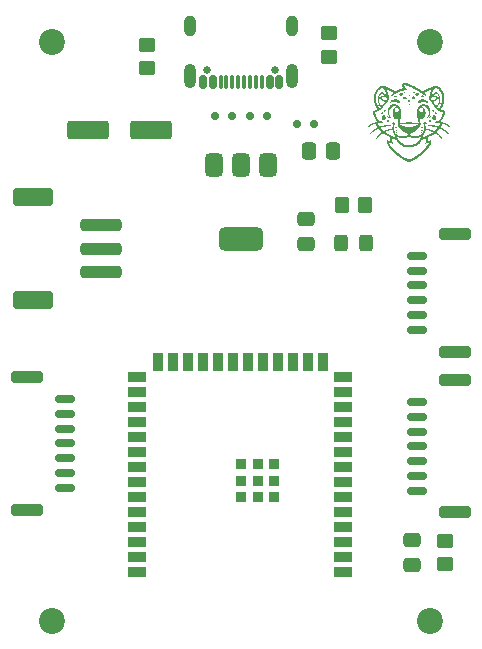
<source format=gts>
G04 #@! TF.GenerationSoftware,KiCad,Pcbnew,8.0.8*
G04 #@! TF.CreationDate,2025-01-22T20:03:17-06:00*
G04 #@! TF.ProjectId,mainboard,6d61696e-626f-4617-9264-2e6b69636164,rev?*
G04 #@! TF.SameCoordinates,Original*
G04 #@! TF.FileFunction,Soldermask,Top*
G04 #@! TF.FilePolarity,Negative*
%FSLAX46Y46*%
G04 Gerber Fmt 4.6, Leading zero omitted, Abs format (unit mm)*
G04 Created by KiCad (PCBNEW 8.0.8) date 2025-01-22 20:03:17*
%MOMM*%
%LPD*%
G01*
G04 APERTURE LIST*
G04 Aperture macros list*
%AMRoundRect*
0 Rectangle with rounded corners*
0 $1 Rounding radius*
0 $2 $3 $4 $5 $6 $7 $8 $9 X,Y pos of 4 corners*
0 Add a 4 corners polygon primitive as box body*
4,1,4,$2,$3,$4,$5,$6,$7,$8,$9,$2,$3,0*
0 Add four circle primitives for the rounded corners*
1,1,$1+$1,$2,$3*
1,1,$1+$1,$4,$5*
1,1,$1+$1,$6,$7*
1,1,$1+$1,$8,$9*
0 Add four rect primitives between the rounded corners*
20,1,$1+$1,$2,$3,$4,$5,0*
20,1,$1+$1,$4,$5,$6,$7,0*
20,1,$1+$1,$6,$7,$8,$9,0*
20,1,$1+$1,$8,$9,$2,$3,0*%
G04 Aperture macros list end*
%ADD10C,0.000000*%
%ADD11R,1.500000X0.900000*%
%ADD12R,0.900000X1.500000*%
%ADD13R,0.900000X0.900000*%
%ADD14RoundRect,0.375000X-0.375000X0.625000X-0.375000X-0.625000X0.375000X-0.625000X0.375000X0.625000X0*%
%ADD15RoundRect,0.500000X-1.400000X0.500000X-1.400000X-0.500000X1.400000X-0.500000X1.400000X0.500000X0*%
%ADD16RoundRect,0.250000X0.475000X-0.337500X0.475000X0.337500X-0.475000X0.337500X-0.475000X-0.337500X0*%
%ADD17RoundRect,0.150000X0.150000X0.200000X-0.150000X0.200000X-0.150000X-0.200000X0.150000X-0.200000X0*%
%ADD18RoundRect,0.250000X-0.475000X0.337500X-0.475000X-0.337500X0.475000X-0.337500X0.475000X0.337500X0*%
%ADD19RoundRect,0.250000X-0.337500X-0.475000X0.337500X-0.475000X0.337500X0.475000X-0.337500X0.475000X0*%
%ADD20C,2.200000*%
%ADD21C,0.650000*%
%ADD22RoundRect,0.150000X0.150000X0.425000X-0.150000X0.425000X-0.150000X-0.425000X0.150000X-0.425000X0*%
%ADD23RoundRect,0.075000X0.075000X0.500000X-0.075000X0.500000X-0.075000X-0.500000X0.075000X-0.500000X0*%
%ADD24O,1.000000X2.100000*%
%ADD25O,1.000000X1.800000*%
%ADD26RoundRect,0.250000X0.450000X-0.350000X0.450000X0.350000X-0.450000X0.350000X-0.450000X-0.350000X0*%
%ADD27RoundRect,0.150000X0.700000X-0.150000X0.700000X0.150000X-0.700000X0.150000X-0.700000X-0.150000X0*%
%ADD28RoundRect,0.250000X1.100000X-0.250000X1.100000X0.250000X-1.100000X0.250000X-1.100000X-0.250000X0*%
%ADD29RoundRect,0.150000X-0.700000X0.150000X-0.700000X-0.150000X0.700000X-0.150000X0.700000X0.150000X0*%
%ADD30RoundRect,0.250000X-1.100000X0.250000X-1.100000X-0.250000X1.100000X-0.250000X1.100000X0.250000X0*%
%ADD31RoundRect,0.250000X-1.500000X0.250000X-1.500000X-0.250000X1.500000X-0.250000X1.500000X0.250000X0*%
%ADD32RoundRect,0.250001X-1.449999X0.499999X-1.449999X-0.499999X1.449999X-0.499999X1.449999X0.499999X0*%
%ADD33RoundRect,0.250000X0.350000X0.450000X-0.350000X0.450000X-0.350000X-0.450000X0.350000X-0.450000X0*%
%ADD34RoundRect,0.150000X-0.150000X-0.200000X0.150000X-0.200000X0.150000X0.200000X-0.150000X0.200000X0*%
%ADD35RoundRect,0.250000X0.325000X0.450000X-0.325000X0.450000X-0.325000X-0.450000X0.325000X-0.450000X0*%
%ADD36RoundRect,0.250000X-0.450000X0.350000X-0.450000X-0.350000X0.450000X-0.350000X0.450000X0.350000X0*%
%ADD37RoundRect,0.250000X1.500000X0.550000X-1.500000X0.550000X-1.500000X-0.550000X1.500000X-0.550000X0*%
G04 APERTURE END LIST*
D10*
G36*
X137416572Y-75880614D02*
G01*
X137418434Y-75880951D01*
X137448303Y-75891978D01*
X137467581Y-75910948D01*
X137474554Y-75936160D01*
X137474557Y-75936656D01*
X137468595Y-75957626D01*
X137452494Y-75970131D01*
X137428931Y-75973021D01*
X137404472Y-75966828D01*
X137381616Y-75951517D01*
X137367708Y-75930061D01*
X137365189Y-75910648D01*
X137372726Y-75889952D01*
X137389604Y-75880080D01*
X137416572Y-75880614D01*
G37*
G36*
X138497238Y-73530687D02*
G01*
X138517109Y-73546445D01*
X138528608Y-73572121D01*
X138530383Y-73596301D01*
X138522807Y-73614447D01*
X138505249Y-73628614D01*
X138482360Y-73636711D01*
X138458790Y-73636644D01*
X138448582Y-73633090D01*
X138426308Y-73615513D01*
X138414844Y-73592993D01*
X138414453Y-73569195D01*
X138425393Y-73547786D01*
X138441627Y-73535275D01*
X138471307Y-73526433D01*
X138497238Y-73530687D01*
G37*
G36*
X138490744Y-72726047D02*
G01*
X138495934Y-72727671D01*
X138521415Y-72741376D01*
X138533530Y-72759927D01*
X138531922Y-72781205D01*
X138516233Y-72803092D01*
X138509635Y-72808754D01*
X138482917Y-72821809D01*
X138455631Y-72821178D01*
X138431017Y-72806988D01*
X138429580Y-72805593D01*
X138414463Y-72782806D01*
X138413531Y-72760594D01*
X138426294Y-72741061D01*
X138447643Y-72728092D01*
X138468583Y-72722758D01*
X138490744Y-72726047D01*
G37*
G36*
X138895323Y-72435606D02*
G01*
X138920533Y-72447443D01*
X138935120Y-72463757D01*
X138943553Y-72489121D01*
X138939693Y-72513107D01*
X138925976Y-72533486D01*
X138904841Y-72548029D01*
X138878723Y-72554507D01*
X138850059Y-72550691D01*
X138843041Y-72547982D01*
X138815444Y-72530693D01*
X138801190Y-72509739D01*
X138800754Y-72486485D01*
X138813503Y-72463596D01*
X138838006Y-72443677D01*
X138866547Y-72434349D01*
X138895323Y-72435606D01*
G37*
G36*
X139609017Y-75693162D02*
G01*
X139613633Y-75698402D01*
X139624346Y-75715008D01*
X139624584Y-75727763D01*
X139613287Y-75740557D01*
X139599400Y-75750639D01*
X139573602Y-75762090D01*
X139543309Y-75766950D01*
X139514312Y-75764925D01*
X139492849Y-75756062D01*
X139483908Y-75742044D01*
X139487733Y-75725186D01*
X139503208Y-75707657D01*
X139524854Y-75693766D01*
X139559407Y-75680723D01*
X139587250Y-75680511D01*
X139609017Y-75693162D01*
G37*
G36*
X137357079Y-75681359D02*
G01*
X137387958Y-75691102D01*
X137412861Y-75706281D01*
X137429779Y-75724634D01*
X137436702Y-75743901D01*
X137431620Y-75761819D01*
X137430213Y-75763645D01*
X137414943Y-75771706D01*
X137390349Y-75773512D01*
X137360556Y-75768880D01*
X137353883Y-75767030D01*
X137325298Y-75753883D01*
X137309467Y-75736190D01*
X137307061Y-75715342D01*
X137318349Y-75693221D01*
X137330944Y-75681951D01*
X137346630Y-75679821D01*
X137357079Y-75681359D01*
G37*
G36*
X139544177Y-75885418D02*
G01*
X139551982Y-75894946D01*
X139551441Y-75902413D01*
X139547927Y-75915954D01*
X139544679Y-75930118D01*
X139533888Y-75948571D01*
X139513738Y-75961020D01*
X139488928Y-75965944D01*
X139464157Y-75961821D01*
X139457203Y-75958457D01*
X139446173Y-75944808D01*
X139445913Y-75926318D01*
X139455971Y-75907721D01*
X139462671Y-75901398D01*
X139483729Y-75889211D01*
X139506620Y-75882512D01*
X139527913Y-75881261D01*
X139544177Y-75885418D01*
G37*
G36*
X140760802Y-74217829D02*
G01*
X140783725Y-74233574D01*
X140799637Y-74256293D01*
X140805852Y-74284256D01*
X140801770Y-74310051D01*
X140786195Y-74337867D01*
X140763064Y-74355482D01*
X140735613Y-74361578D01*
X140707080Y-74354835D01*
X140700634Y-74351286D01*
X140674680Y-74328876D01*
X140659233Y-74302018D01*
X140654901Y-74273817D01*
X140662289Y-74247377D01*
X140676865Y-74229730D01*
X140704684Y-74214178D01*
X140733559Y-74210788D01*
X140760802Y-74217829D01*
G37*
G36*
X136437790Y-73994828D02*
G01*
X136458812Y-74014898D01*
X136470373Y-74042231D01*
X136471251Y-74073969D01*
X136460557Y-74106619D01*
X136441801Y-74130143D01*
X136415653Y-74147105D01*
X136386763Y-74155464D01*
X136359780Y-74153181D01*
X136356898Y-74152098D01*
X136332075Y-74134516D01*
X136316205Y-74108388D01*
X136310265Y-74077582D01*
X136315231Y-74045967D01*
X136325114Y-74026306D01*
X136348996Y-73999466D01*
X136376135Y-73986100D01*
X136408527Y-73984878D01*
X136437790Y-73994828D01*
G37*
G36*
X136222029Y-74220810D02*
G01*
X136231819Y-74228739D01*
X136247265Y-74253472D01*
X136250586Y-74281719D01*
X136242579Y-74309875D01*
X136224044Y-74334337D01*
X136205582Y-74347153D01*
X136188889Y-74355075D01*
X136176576Y-74356971D01*
X136161876Y-74352831D01*
X136148213Y-74347062D01*
X136125771Y-74330002D01*
X136110431Y-74304190D01*
X136104798Y-74274923D01*
X136106218Y-74261597D01*
X136118323Y-74237337D01*
X136139940Y-74220086D01*
X136167084Y-74210887D01*
X136195775Y-74210781D01*
X136222029Y-74220810D01*
G37*
G36*
X136711927Y-74879442D02*
G01*
X136737897Y-74894850D01*
X136755313Y-74918932D01*
X136765370Y-74951001D01*
X136764246Y-74982843D01*
X136753840Y-75012352D01*
X136736050Y-75037421D01*
X136712776Y-75055945D01*
X136685915Y-75065818D01*
X136657366Y-75064932D01*
X136633343Y-75054251D01*
X136609467Y-75034314D01*
X136595003Y-75010214D01*
X136589281Y-74992618D01*
X136586056Y-74956231D01*
X136595304Y-74923696D01*
X136615142Y-74897553D01*
X136643687Y-74880345D01*
X136676734Y-74874586D01*
X136711927Y-74879442D01*
G37*
G36*
X138064692Y-72478400D02*
G01*
X138070015Y-72478970D01*
X138096367Y-72485074D01*
X138119843Y-72495862D01*
X138136442Y-72508991D01*
X138142201Y-72521232D01*
X138136003Y-72532966D01*
X138120567Y-72546001D01*
X138100628Y-72556902D01*
X138086872Y-72561353D01*
X138067177Y-72561109D01*
X138045440Y-72555085D01*
X138045156Y-72554961D01*
X138023699Y-72539823D01*
X138015882Y-72520229D01*
X138022193Y-72497602D01*
X138024297Y-72494175D01*
X138033823Y-72482491D01*
X138045411Y-72477857D01*
X138064692Y-72478400D01*
G37*
G36*
X140551387Y-73994426D02*
G01*
X140575329Y-74012283D01*
X140592686Y-74036644D01*
X140601735Y-74064865D01*
X140600752Y-74094300D01*
X140588013Y-74122305D01*
X140582239Y-74129382D01*
X140555184Y-74149624D01*
X140524579Y-74155764D01*
X140493857Y-74148340D01*
X140467769Y-74129166D01*
X140449122Y-74100403D01*
X140440534Y-74066408D01*
X140440254Y-74059193D01*
X140445455Y-74026610D01*
X140461631Y-74003612D01*
X140489540Y-73989143D01*
X140490644Y-73988807D01*
X140522585Y-73985719D01*
X140551387Y-73994426D01*
G37*
G36*
X137359690Y-75448274D02*
G01*
X137388980Y-75460637D01*
X137399700Y-75466789D01*
X137419260Y-75482427D01*
X137436963Y-75502941D01*
X137449126Y-75523478D01*
X137452397Y-75536171D01*
X137446135Y-75550679D01*
X137431177Y-75562773D01*
X137413398Y-75567729D01*
X137413167Y-75567725D01*
X137396734Y-75564188D01*
X137374989Y-75555727D01*
X137367586Y-75552120D01*
X137332227Y-75530055D01*
X137311309Y-75508042D01*
X137304921Y-75486257D01*
X137313152Y-75464878D01*
X137319746Y-75457280D01*
X137337204Y-75447225D01*
X137359690Y-75448274D01*
G37*
G36*
X138508309Y-73184644D02*
G01*
X138540839Y-73203744D01*
X138563190Y-73228859D01*
X138575883Y-73251397D01*
X138580197Y-73271049D01*
X138579026Y-73289282D01*
X138567794Y-73321670D01*
X138544801Y-73351217D01*
X138513276Y-73373967D01*
X138484384Y-73382579D01*
X138449874Y-73383755D01*
X138416727Y-73377744D01*
X138398920Y-73369919D01*
X138372754Y-73346038D01*
X138356911Y-73314868D01*
X138352121Y-73280258D01*
X138359118Y-73246057D01*
X138371278Y-73224607D01*
X138400514Y-73197028D01*
X138435118Y-73181219D01*
X138472059Y-73177113D01*
X138508309Y-73184644D01*
G37*
G36*
X140267896Y-74873173D02*
G01*
X140296430Y-74891440D01*
X140312747Y-74910827D01*
X140326605Y-74942892D01*
X140328690Y-74977089D01*
X140319970Y-75009762D01*
X140301415Y-75037253D01*
X140274313Y-75055774D01*
X140251697Y-75063900D01*
X140234372Y-75065001D01*
X140214633Y-75059040D01*
X140206143Y-75055458D01*
X140179291Y-75036121D01*
X140160981Y-75006583D01*
X140152815Y-74969667D01*
X140152540Y-74961161D01*
X140154495Y-74936039D01*
X140162510Y-74917123D01*
X140176493Y-74899843D01*
X140205551Y-74877183D01*
X140236811Y-74868356D01*
X140267896Y-74873173D01*
G37*
G36*
X136640845Y-74535300D02*
G01*
X136651644Y-74538447D01*
X136691709Y-74554090D01*
X136731193Y-74575774D01*
X136766434Y-74600963D01*
X136793774Y-74627122D01*
X136806995Y-74646050D01*
X136813490Y-74660753D01*
X136812025Y-74667866D01*
X136806126Y-74670992D01*
X136778701Y-74675158D01*
X136743009Y-74671021D01*
X136702639Y-74659061D01*
X136695015Y-74656059D01*
X136658984Y-74638198D01*
X136627926Y-74616950D01*
X136604926Y-74594789D01*
X136593110Y-74574339D01*
X136594627Y-74555200D01*
X136603388Y-74543257D01*
X136613704Y-74534551D01*
X136624338Y-74532084D01*
X136640845Y-74535300D01*
G37*
G36*
X139590205Y-75457097D02*
G01*
X139595985Y-75460703D01*
X139611063Y-75476923D01*
X139613129Y-75495564D01*
X139603285Y-75514747D01*
X139582634Y-75532593D01*
X139552277Y-75547220D01*
X139543597Y-75550064D01*
X139520660Y-75556810D01*
X139507131Y-75559604D01*
X139498264Y-75558667D01*
X139489313Y-75554220D01*
X139486712Y-75552706D01*
X139476003Y-75541977D01*
X139473802Y-75535053D01*
X139479711Y-75519359D01*
X139495064Y-75500256D01*
X139516297Y-75481297D01*
X139539845Y-75466038D01*
X139545945Y-75463099D01*
X139566223Y-75454880D01*
X139579056Y-75452971D01*
X139590205Y-75457097D01*
G37*
G36*
X139637564Y-72799570D02*
G01*
X139671118Y-72814173D01*
X139698772Y-72835704D01*
X139717581Y-72861866D01*
X139724601Y-72890361D01*
X139724602Y-72890560D01*
X139718589Y-72910047D01*
X139702595Y-72930577D01*
X139702505Y-72930664D01*
X139675453Y-72947259D01*
X139640741Y-72955196D01*
X139602942Y-72954066D01*
X139566628Y-72943460D01*
X139565438Y-72942912D01*
X139532095Y-72921549D01*
X139511626Y-72896401D01*
X139503476Y-72869791D01*
X139507088Y-72844041D01*
X139521906Y-72821473D01*
X139547374Y-72804411D01*
X139582935Y-72795177D01*
X139601055Y-72794191D01*
X139637564Y-72799570D01*
G37*
G36*
X137367345Y-72795012D02*
G01*
X137384767Y-72798323D01*
X137398045Y-72805947D01*
X137408729Y-72815756D01*
X137426446Y-72840967D01*
X137430293Y-72859454D01*
X137424079Y-72883140D01*
X137407718Y-72908072D01*
X137384634Y-72929701D01*
X137371031Y-72938174D01*
X137342893Y-72947927D01*
X137309106Y-72952886D01*
X137275936Y-72952635D01*
X137249647Y-72946755D01*
X137248652Y-72946318D01*
X137220640Y-72927410D01*
X137205446Y-72903094D01*
X137203693Y-72875405D01*
X137216002Y-72846380D01*
X137217466Y-72844267D01*
X137244320Y-72818946D01*
X137281869Y-72802173D01*
X137328289Y-72794686D01*
X137340489Y-72794353D01*
X137367345Y-72795012D01*
G37*
G36*
X138904797Y-72889452D02*
G01*
X138924451Y-72897943D01*
X138955442Y-72920160D01*
X138978224Y-72949065D01*
X138990718Y-72981143D01*
X138991278Y-73010747D01*
X138976891Y-73049667D01*
X138950494Y-73081507D01*
X138913520Y-73105266D01*
X138867401Y-73119943D01*
X138828616Y-73124354D01*
X138786924Y-73123431D01*
X138757849Y-73117059D01*
X138754516Y-73115582D01*
X138717676Y-73090792D01*
X138693274Y-73059518D01*
X138681810Y-73023735D01*
X138683785Y-72985413D01*
X138699696Y-72946525D01*
X138708384Y-72933506D01*
X138736357Y-72907277D01*
X138773494Y-72889180D01*
X138816286Y-72879792D01*
X138861224Y-72879690D01*
X138904797Y-72889452D01*
G37*
G36*
X139213406Y-72582570D02*
G01*
X139242533Y-72595330D01*
X139283172Y-72620362D01*
X139309966Y-72647374D01*
X139323798Y-72677460D01*
X139326256Y-72699121D01*
X139319376Y-72729130D01*
X139300360Y-72755813D01*
X139271643Y-72778164D01*
X139235658Y-72795178D01*
X139194840Y-72805851D01*
X139151625Y-72809176D01*
X139108446Y-72804149D01*
X139086921Y-72797938D01*
X139044834Y-72777355D01*
X139014006Y-72750857D01*
X138994705Y-72720422D01*
X138987199Y-72688027D01*
X138991754Y-72655649D01*
X139008638Y-72625265D01*
X139038118Y-72598853D01*
X139058448Y-72587376D01*
X139107973Y-72571550D01*
X139160011Y-72569964D01*
X139213406Y-72582570D01*
G37*
G36*
X138143624Y-72883014D02*
G01*
X138183281Y-72897399D01*
X138215814Y-72921180D01*
X138239484Y-72951854D01*
X138252552Y-72986920D01*
X138253280Y-73023874D01*
X138250343Y-73036643D01*
X138233517Y-73074700D01*
X138208546Y-73101677D01*
X138174287Y-73118308D01*
X138129595Y-73125325D01*
X138111577Y-73125650D01*
X138080394Y-73123738D01*
X138050466Y-73119299D01*
X138031683Y-73114380D01*
X137997326Y-73096335D01*
X137968441Y-73070840D01*
X137947249Y-73040937D01*
X137935973Y-73009669D01*
X137936027Y-72983392D01*
X137950732Y-72947539D01*
X137976974Y-72918006D01*
X138012491Y-72895885D01*
X138055023Y-72882270D01*
X138102306Y-72878255D01*
X138143624Y-72883014D01*
G37*
G36*
X140297505Y-74531728D02*
G01*
X140311107Y-74538281D01*
X140314547Y-74540910D01*
X140326807Y-74558352D01*
X140325488Y-74580197D01*
X140310536Y-74606955D01*
X140307315Y-74611170D01*
X140288275Y-74628991D01*
X140261618Y-74645610D01*
X140230240Y-74660171D01*
X140197032Y-74671822D01*
X140164889Y-74679709D01*
X140136705Y-74682978D01*
X140115373Y-74680774D01*
X140103787Y-74672246D01*
X140103395Y-74671336D01*
X140106040Y-74659740D01*
X140118263Y-74642132D01*
X140137542Y-74620938D01*
X140161351Y-74598587D01*
X140187168Y-74577504D01*
X140212469Y-74560119D01*
X140227591Y-74551880D01*
X140259083Y-74538107D01*
X140281276Y-74531530D01*
X140297505Y-74531728D01*
G37*
G36*
X140650082Y-74479513D02*
G01*
X140692346Y-74501495D01*
X140731786Y-74536665D01*
X140732775Y-74537782D01*
X140761531Y-74580723D01*
X140776618Y-74627646D01*
X140778055Y-74677025D01*
X140765859Y-74727331D01*
X140740048Y-74777036D01*
X140729799Y-74791410D01*
X140703325Y-74816110D01*
X140667310Y-74836259D01*
X140626657Y-74850128D01*
X140586272Y-74855992D01*
X140554574Y-74853092D01*
X140507228Y-74834287D01*
X140469253Y-74804460D01*
X140441401Y-74764563D01*
X140424421Y-74715547D01*
X140419750Y-74681978D01*
X140421773Y-74627393D01*
X140434934Y-74579564D01*
X140457490Y-74539297D01*
X140487693Y-74507394D01*
X140523799Y-74484660D01*
X140564063Y-74471899D01*
X140606739Y-74469916D01*
X140650082Y-74479513D01*
G37*
G36*
X137846503Y-72573404D02*
G01*
X137885063Y-72588064D01*
X137915945Y-72610208D01*
X137937088Y-72638676D01*
X137946431Y-72672307D01*
X137946703Y-72679408D01*
X137941170Y-72706450D01*
X137926796Y-72735866D01*
X137906914Y-72761697D01*
X137894695Y-72772321D01*
X137856895Y-72791761D01*
X137810953Y-72804005D01*
X137761972Y-72808359D01*
X137715056Y-72804127D01*
X137696315Y-72799346D01*
X137676684Y-72789597D01*
X137653454Y-72773228D01*
X137639141Y-72760788D01*
X137620814Y-72741869D01*
X137611251Y-72726750D01*
X137607715Y-72709990D01*
X137607348Y-72697575D01*
X137614211Y-72660016D01*
X137634407Y-72627847D01*
X137667345Y-72601575D01*
X137712437Y-72581707D01*
X137754587Y-72571180D01*
X137802324Y-72567389D01*
X137846503Y-72573404D01*
G37*
G36*
X136346924Y-74475331D02*
G01*
X136386402Y-74488537D01*
X136387538Y-74489128D01*
X136425851Y-74517300D01*
X136455403Y-74555343D01*
X136475380Y-74600699D01*
X136484973Y-74650813D01*
X136483369Y-74703125D01*
X136470930Y-74752011D01*
X136447641Y-74795040D01*
X136414881Y-74827836D01*
X136374603Y-74849499D01*
X136328762Y-74859133D01*
X136279311Y-74855839D01*
X136257304Y-74850187D01*
X136231080Y-74836525D01*
X136202746Y-74813242D01*
X136176035Y-74784263D01*
X136154677Y-74753518D01*
X136144257Y-74731197D01*
X136136147Y-74696967D01*
X136132421Y-74658321D01*
X136133271Y-74621172D01*
X136138887Y-74591434D01*
X136139680Y-74589197D01*
X136161564Y-74548184D01*
X136192847Y-74512479D01*
X136219900Y-74492345D01*
X136258112Y-74477342D01*
X136302307Y-74471635D01*
X136346924Y-74475331D01*
G37*
G36*
X139667159Y-73119498D02*
G01*
X139714184Y-73123650D01*
X139753077Y-73129854D01*
X139754718Y-73130213D01*
X139806062Y-73145344D01*
X139862605Y-73168166D01*
X139918924Y-73196127D01*
X139969599Y-73226676D01*
X139988906Y-73240428D01*
X140024460Y-73270679D01*
X140055474Y-73303371D01*
X140080347Y-73336186D01*
X140097480Y-73366808D01*
X140105273Y-73392921D01*
X140104250Y-73407481D01*
X140100133Y-73415482D01*
X140092647Y-73419525D01*
X140079685Y-73419314D01*
X140059137Y-73414557D01*
X140028894Y-73404959D01*
X139991004Y-73391712D01*
X139893745Y-73362351D01*
X139799438Y-73345236D01*
X139706058Y-73340430D01*
X139611576Y-73347998D01*
X139513967Y-73368005D01*
X139411203Y-73400513D01*
X139383589Y-73410944D01*
X139337377Y-73426916D01*
X139301521Y-73434537D01*
X139274371Y-73434031D01*
X139258016Y-73428047D01*
X139241760Y-73411716D01*
X139229174Y-73386724D01*
X139223141Y-73359144D01*
X139222974Y-73354243D01*
X139228044Y-73313100D01*
X139244224Y-73275504D01*
X139272971Y-73238360D01*
X139281704Y-73229367D01*
X139333791Y-73187100D01*
X139395090Y-73155033D01*
X139466148Y-73132983D01*
X139547510Y-73120770D01*
X139618238Y-73117956D01*
X139667159Y-73119498D01*
G37*
G36*
X137327011Y-73117527D02*
G01*
X137387628Y-73119750D01*
X137438875Y-73126455D01*
X137485741Y-73138729D01*
X137533213Y-73157660D01*
X137552018Y-73166614D01*
X137609929Y-73200388D01*
X137654128Y-73237720D01*
X137684389Y-73278333D01*
X137700485Y-73321954D01*
X137703253Y-73350302D01*
X137698274Y-73389811D01*
X137683650Y-73418766D01*
X137659847Y-73436610D01*
X137627331Y-73442786D01*
X137625791Y-73442782D01*
X137605637Y-73439613D01*
X137574441Y-73430848D01*
X137534494Y-73417202D01*
X137493267Y-73401462D01*
X137428571Y-73377184D01*
X137372146Y-73359815D01*
X137319675Y-73348572D01*
X137266837Y-73342669D01*
X137209316Y-73341324D01*
X137168399Y-73342478D01*
X137101099Y-73347561D01*
X137037918Y-73357433D01*
X136973811Y-73373165D01*
X136903730Y-73395824D01*
X136885488Y-73402402D01*
X136858438Y-73411379D01*
X136835982Y-73417123D01*
X136822261Y-73418613D01*
X136820936Y-73418313D01*
X136811397Y-73408141D01*
X136811999Y-73390298D01*
X136821498Y-73366495D01*
X136838647Y-73338444D01*
X136862203Y-73307856D01*
X136890918Y-73276443D01*
X136923548Y-73245916D01*
X136958848Y-73217986D01*
X136974562Y-73207186D01*
X137048146Y-73167708D01*
X137130977Y-73139615D01*
X137223120Y-73122890D01*
X137324642Y-73117517D01*
X137327011Y-73117527D01*
G37*
G36*
X138041627Y-71726247D02*
G01*
X138058795Y-71726917D01*
X138096859Y-71729118D01*
X138133577Y-71732114D01*
X138164004Y-71735456D01*
X138179088Y-71737797D01*
X138208167Y-71743453D01*
X138241955Y-71750044D01*
X138260238Y-71753619D01*
X138295888Y-71761923D01*
X138336631Y-71773413D01*
X138375968Y-71786124D01*
X138407402Y-71798089D01*
X138407784Y-71798254D01*
X138424385Y-71804529D01*
X138446840Y-71811968D01*
X138452047Y-71813568D01*
X138477161Y-71821822D01*
X138506436Y-71832358D01*
X138518443Y-71836955D01*
X138541173Y-71845972D01*
X138562578Y-71854736D01*
X138587161Y-71865132D01*
X138619427Y-71879045D01*
X138630947Y-71884043D01*
X138656470Y-71895687D01*
X138691957Y-71912660D01*
X138734923Y-71933703D01*
X138782879Y-71957553D01*
X138833339Y-71982951D01*
X138883817Y-72008634D01*
X138931825Y-72033343D01*
X138974876Y-72055817D01*
X139010483Y-72074794D01*
X139036160Y-72089014D01*
X139042230Y-72092567D01*
X139070029Y-72109284D01*
X139106420Y-72131234D01*
X139147386Y-72155989D01*
X139188907Y-72181124D01*
X139204531Y-72190595D01*
X139247005Y-72215937D01*
X139292405Y-72242330D01*
X139336073Y-72267108D01*
X139373354Y-72287605D01*
X139383137Y-72292806D01*
X139422603Y-72314790D01*
X139465802Y-72340832D01*
X139505967Y-72366782D01*
X139523306Y-72378788D01*
X139551194Y-72397869D01*
X139575868Y-72413157D01*
X139594217Y-72422815D01*
X139602017Y-72425260D01*
X139613377Y-72422176D01*
X139635161Y-72413654D01*
X139664604Y-72400866D01*
X139698938Y-72384984D01*
X139712677Y-72378389D01*
X139749961Y-72360396D01*
X139785053Y-72343621D01*
X139814586Y-72329662D01*
X139835192Y-72320118D01*
X139838977Y-72318422D01*
X139856104Y-72310560D01*
X139883473Y-72297642D01*
X139918757Y-72280798D01*
X139959628Y-72261155D01*
X140003758Y-72239845D01*
X140048820Y-72217994D01*
X140092485Y-72196733D01*
X140132426Y-72177190D01*
X140166316Y-72160494D01*
X140191826Y-72147775D01*
X140206630Y-72140161D01*
X140207563Y-72139651D01*
X140239739Y-72122740D01*
X140280422Y-72102675D01*
X140325476Y-72081368D01*
X140370764Y-72060732D01*
X140412148Y-72042680D01*
X140445491Y-72029126D01*
X140451292Y-72026954D01*
X140469976Y-72019917D01*
X140484490Y-72014289D01*
X140512701Y-72003831D01*
X140538032Y-71996392D01*
X140564377Y-71991321D01*
X140595633Y-71987967D01*
X140635694Y-71985680D01*
X140661680Y-71984683D01*
X140734177Y-71984404D01*
X140796700Y-71989783D01*
X140853310Y-72001926D01*
X140908068Y-72021937D01*
X140965034Y-72050924D01*
X141013667Y-72080510D01*
X141058592Y-72113044D01*
X141106846Y-72154319D01*
X141155073Y-72200949D01*
X141199921Y-72249541D01*
X141238036Y-72296708D01*
X141261057Y-72330531D01*
X141278946Y-72359868D01*
X141296716Y-72388974D01*
X141310736Y-72411903D01*
X141311588Y-72413294D01*
X141329231Y-72446192D01*
X141348920Y-72489633D01*
X141369226Y-72539819D01*
X141388724Y-72592952D01*
X141405987Y-72645233D01*
X141419589Y-72692865D01*
X141424770Y-72714666D01*
X141440613Y-72795953D01*
X141451110Y-72870350D01*
X141456985Y-72944415D01*
X141458961Y-73024478D01*
X141458178Y-73092778D01*
X141454962Y-73153699D01*
X141448728Y-73211328D01*
X141438890Y-73269754D01*
X141424863Y-73333064D01*
X141406061Y-73405346D01*
X141402594Y-73417933D01*
X141388141Y-73464169D01*
X141368930Y-73516953D01*
X141346243Y-73573457D01*
X141321361Y-73630854D01*
X141295568Y-73686316D01*
X141270144Y-73737015D01*
X141246373Y-73780123D01*
X141225536Y-73812812D01*
X141220463Y-73819634D01*
X141209795Y-73833980D01*
X141193597Y-73856503D01*
X141174714Y-73883232D01*
X141166921Y-73894391D01*
X141127740Y-73950705D01*
X141147314Y-73964582D01*
X141178723Y-73983065D01*
X141223110Y-74003443D01*
X141278930Y-74025010D01*
X141281237Y-74025836D01*
X141303550Y-74034004D01*
X141322675Y-74041307D01*
X141323656Y-74041698D01*
X141344093Y-74049867D01*
X141358698Y-74055708D01*
X141379873Y-74064172D01*
X141393741Y-74069710D01*
X141435354Y-74086573D01*
X141465513Y-74099637D01*
X141486592Y-74110245D01*
X141500967Y-74119740D01*
X141511012Y-74129467D01*
X141518964Y-74140546D01*
X141526776Y-74156168D01*
X141530057Y-74173914D01*
X141529526Y-74199037D01*
X141528565Y-74210631D01*
X141522288Y-74251915D01*
X141510789Y-74301959D01*
X141495327Y-74356268D01*
X141477158Y-74410345D01*
X141461530Y-74450392D01*
X141454226Y-74468449D01*
X141443941Y-74494706D01*
X141432873Y-74523550D01*
X141432640Y-74524165D01*
X141420286Y-74556196D01*
X141409902Y-74581068D01*
X141399270Y-74603295D01*
X141386172Y-74627392D01*
X141368391Y-74657872D01*
X141360157Y-74671711D01*
X141323323Y-74732924D01*
X141292325Y-74783080D01*
X141265895Y-74824053D01*
X141242763Y-74857717D01*
X141221660Y-74885946D01*
X141201316Y-74910613D01*
X141188861Y-74924575D01*
X141168274Y-74947504D01*
X141152442Y-74966035D01*
X141143365Y-74977774D01*
X141142050Y-74980643D01*
X141162493Y-74993446D01*
X141189756Y-75007409D01*
X141216677Y-75018983D01*
X141225907Y-75022199D01*
X141246189Y-75029185D01*
X141260559Y-75035276D01*
X141262794Y-75036576D01*
X141272327Y-75040677D01*
X141292984Y-75048133D01*
X141321801Y-75057914D01*
X141355815Y-75068989D01*
X141358698Y-75069909D01*
X141395728Y-75081879D01*
X141430468Y-75093430D01*
X141458941Y-75103218D01*
X141476735Y-75109732D01*
X141498967Y-75119407D01*
X141530266Y-75134231D01*
X141567581Y-75152634D01*
X141607860Y-75173044D01*
X141648051Y-75193891D01*
X141685103Y-75213604D01*
X141715964Y-75230613D01*
X141737583Y-75243347D01*
X141742200Y-75246365D01*
X141765306Y-75261187D01*
X141787796Y-75274039D01*
X141793996Y-75277161D01*
X141818121Y-75291356D01*
X141845925Y-75311820D01*
X141873709Y-75335344D01*
X141897773Y-75358716D01*
X141914417Y-75378726D01*
X141918030Y-75384788D01*
X141925440Y-75401514D01*
X141924931Y-75411865D01*
X141915346Y-75422581D01*
X141910863Y-75426578D01*
X141899928Y-75434867D01*
X141888624Y-75439062D01*
X141874819Y-75438544D01*
X141856384Y-75432696D01*
X141831188Y-75420899D01*
X141797100Y-75402536D01*
X141764449Y-75384100D01*
X141703328Y-75350049D01*
X141641532Y-75317039D01*
X141582848Y-75287029D01*
X141531064Y-75261981D01*
X141509933Y-75252367D01*
X141474237Y-75236937D01*
X141436438Y-75221219D01*
X141399813Y-75206511D01*
X141367639Y-75194110D01*
X141343194Y-75185314D01*
X141331719Y-75181818D01*
X141312383Y-75176568D01*
X141300366Y-75172609D01*
X141292892Y-75172332D01*
X141289408Y-75181074D01*
X141288614Y-75199434D01*
X141286462Y-75222461D01*
X141279237Y-75246234D01*
X141265785Y-75272766D01*
X141244953Y-75304071D01*
X141215588Y-75342163D01*
X141187242Y-75376431D01*
X141117075Y-75459613D01*
X141134605Y-75472922D01*
X141148189Y-75481458D01*
X141171638Y-75494441D01*
X141201482Y-75510003D01*
X141229596Y-75524017D01*
X141297766Y-75559142D01*
X141363694Y-75597240D01*
X141430594Y-75640364D01*
X141501683Y-75690568D01*
X141565263Y-75738386D01*
X141601596Y-75767858D01*
X141639940Y-75801601D01*
X141678195Y-75837497D01*
X141714263Y-75873428D01*
X141746044Y-75907277D01*
X141771440Y-75936926D01*
X141788353Y-75960257D01*
X141792364Y-75967540D01*
X141803163Y-76000503D01*
X141804061Y-76028695D01*
X141796976Y-76050685D01*
X141783829Y-76065039D01*
X141766540Y-76070325D01*
X141747029Y-76065113D01*
X141727217Y-76047969D01*
X141713343Y-76026477D01*
X141700040Y-76007568D01*
X141676798Y-75981701D01*
X141645588Y-75950631D01*
X141608380Y-75916114D01*
X141567143Y-75879904D01*
X141523846Y-75843755D01*
X141480461Y-75809421D01*
X141438957Y-75778659D01*
X141421405Y-75766439D01*
X141374059Y-75735466D01*
X141323469Y-75704500D01*
X141271659Y-75674587D01*
X141220651Y-75646772D01*
X141172467Y-75622101D01*
X141129130Y-75601619D01*
X141092661Y-75586373D01*
X141065084Y-75577408D01*
X141051991Y-75575429D01*
X141040255Y-75581824D01*
X141031925Y-75595716D01*
X141022084Y-75617263D01*
X141006600Y-75641713D01*
X140984312Y-75670486D01*
X140954058Y-75705004D01*
X140914676Y-75746690D01*
X140878511Y-75783452D01*
X140777049Y-75885317D01*
X140794914Y-75904492D01*
X140808131Y-75916810D01*
X140829920Y-75935146D01*
X140856967Y-75956771D01*
X140879175Y-75973859D01*
X140930812Y-76014683D01*
X140984722Y-76060467D01*
X141037986Y-76108505D01*
X141087686Y-76156093D01*
X141130901Y-76200523D01*
X141162877Y-76236836D01*
X141188790Y-76270816D01*
X141213184Y-76307116D01*
X141234783Y-76343320D01*
X141252316Y-76377014D01*
X141264507Y-76405784D01*
X141270084Y-76427215D01*
X141268813Y-76437641D01*
X141256007Y-76447903D01*
X141243266Y-76451826D01*
X141234880Y-76451858D01*
X141226211Y-76448767D01*
X141215511Y-76440989D01*
X141201028Y-76426962D01*
X141181013Y-76405121D01*
X141153717Y-76373902D01*
X141145737Y-76364665D01*
X141111282Y-76326300D01*
X141071825Y-76284915D01*
X141030381Y-76243469D01*
X140989966Y-76204921D01*
X140953595Y-76172231D01*
X140928808Y-76151796D01*
X140861671Y-76100530D01*
X140804315Y-76058188D01*
X140757052Y-76024989D01*
X140720196Y-76001155D01*
X140694199Y-75986967D01*
X140678708Y-75983843D01*
X140664424Y-75992355D01*
X140663438Y-75993276D01*
X140636774Y-76015253D01*
X140598710Y-76042007D01*
X140551345Y-76072361D01*
X140496780Y-76105137D01*
X140437112Y-76139158D01*
X140374441Y-76173245D01*
X140310867Y-76206221D01*
X140248489Y-76236908D01*
X140189406Y-76264129D01*
X140152512Y-76279922D01*
X140127260Y-76291029D01*
X140107026Y-76301197D01*
X140096164Y-76308235D01*
X140096129Y-76308270D01*
X140090675Y-76320035D01*
X140085705Y-76341059D01*
X140083373Y-76357421D01*
X140079650Y-76390311D01*
X140074899Y-76429310D01*
X140069497Y-76471631D01*
X140063825Y-76514487D01*
X140058258Y-76555088D01*
X140053177Y-76590649D01*
X140048959Y-76618380D01*
X140045983Y-76635495D01*
X140045157Y-76638970D01*
X140044086Y-76646773D01*
X140049655Y-76649820D01*
X140065066Y-76648988D01*
X140076422Y-76647533D01*
X140103728Y-76641593D01*
X140129347Y-76632531D01*
X140136137Y-76629166D01*
X140156887Y-76620028D01*
X140175437Y-76615684D01*
X140177081Y-76615626D01*
X140193469Y-76612721D01*
X140200933Y-76608519D01*
X140212924Y-76603249D01*
X140234588Y-76598748D01*
X140260845Y-76595587D01*
X140286612Y-76594340D01*
X140306811Y-76595579D01*
X140309928Y-76596224D01*
X140327971Y-76607144D01*
X140344355Y-76627543D01*
X140355722Y-76652240D01*
X140358948Y-76671827D01*
X140353403Y-76724624D01*
X140337753Y-76786148D01*
X140312610Y-76854985D01*
X140278587Y-76929720D01*
X140236295Y-77008939D01*
X140186347Y-77091226D01*
X140160565Y-77130315D01*
X140142165Y-77157645D01*
X140126345Y-77181373D01*
X140115312Y-77198181D01*
X140111937Y-77203511D01*
X140096853Y-77225100D01*
X140072072Y-77255849D01*
X140048977Y-77282830D01*
X140033248Y-77301123D01*
X140011342Y-77326897D01*
X139986526Y-77356296D01*
X139968581Y-77377675D01*
X139926322Y-77426125D01*
X139876964Y-77479327D01*
X139822704Y-77535172D01*
X139765736Y-77591552D01*
X139708253Y-77646358D01*
X139652451Y-77697480D01*
X139600524Y-77742812D01*
X139554668Y-77780243D01*
X139531477Y-77797674D01*
X139510286Y-77813829D01*
X139483374Y-77835575D01*
X139456001Y-77858647D01*
X139451670Y-77862403D01*
X139423832Y-77885715D01*
X139394567Y-77908713D01*
X139369633Y-77926892D01*
X139366831Y-77928786D01*
X139349005Y-77940722D01*
X139321606Y-77959131D01*
X139287288Y-77982229D01*
X139248703Y-78008228D01*
X139208506Y-78035344D01*
X139208219Y-78035537D01*
X139110980Y-78099245D01*
X139013776Y-78159240D01*
X138918292Y-78214632D01*
X138826209Y-78264531D01*
X138739211Y-78308045D01*
X138658980Y-78344285D01*
X138587199Y-78372359D01*
X138547157Y-78385427D01*
X138485609Y-78398137D01*
X138428702Y-78398046D01*
X138389340Y-78390148D01*
X138328326Y-78369981D01*
X138257956Y-78341960D01*
X138180526Y-78307280D01*
X138098332Y-78267136D01*
X138013670Y-78222726D01*
X137928837Y-78175245D01*
X137846128Y-78125889D01*
X137767840Y-78075853D01*
X137710630Y-78036633D01*
X137685765Y-78019283D01*
X137652734Y-77996660D01*
X137615701Y-77971597D01*
X137578827Y-77946925D01*
X137576022Y-77945061D01*
X137498868Y-77891752D01*
X137426576Y-77837103D01*
X137354423Y-77777399D01*
X137289021Y-77719305D01*
X137154163Y-77592251D01*
X137033259Y-77469836D01*
X136926272Y-77352015D01*
X136833165Y-77238742D01*
X136753901Y-77129971D01*
X136688443Y-77025657D01*
X136636754Y-76925753D01*
X136622098Y-76892275D01*
X136611572Y-76867790D01*
X136601270Y-76844995D01*
X136599544Y-76841344D01*
X136592204Y-76822029D01*
X136589282Y-76806738D01*
X136585617Y-76793090D01*
X136581905Y-76788993D01*
X136581691Y-76788408D01*
X136775529Y-76788408D01*
X136776261Y-76797282D01*
X136783716Y-76816322D01*
X136796681Y-76843255D01*
X136813946Y-76875807D01*
X136834298Y-76911706D01*
X136856527Y-76948678D01*
X136879419Y-76984449D01*
X136882390Y-76988907D01*
X136979299Y-77122452D01*
X137090464Y-77255236D01*
X137215389Y-77386774D01*
X137353578Y-77516579D01*
X137504535Y-77644164D01*
X137667764Y-77769044D01*
X137706941Y-77797298D01*
X137769030Y-77840783D01*
X137832727Y-77883918D01*
X137896174Y-77925547D01*
X137957509Y-77964515D01*
X138014874Y-77999665D01*
X138066408Y-78029841D01*
X138110251Y-78053888D01*
X138144544Y-78070650D01*
X138151590Y-78073640D01*
X138173894Y-78083377D01*
X138201746Y-78096422D01*
X138219663Y-78105226D01*
X138249351Y-78118632D01*
X138280929Y-78130609D01*
X138297124Y-78135651D01*
X138322023Y-78143359D01*
X138354234Y-78154610D01*
X138387482Y-78167197D01*
X138393029Y-78169408D01*
X138426398Y-78182446D01*
X138450223Y-78190031D01*
X138468525Y-78192516D01*
X138485322Y-78190259D01*
X138504634Y-78183614D01*
X138513387Y-78180046D01*
X138538532Y-78169847D01*
X138570300Y-78157259D01*
X138599593Y-78145865D01*
X138637218Y-78130178D01*
X138684067Y-78108787D01*
X138736638Y-78083451D01*
X138791429Y-78055931D01*
X138844937Y-78027987D01*
X138893660Y-78001380D01*
X138934095Y-77977869D01*
X138935260Y-77977159D01*
X138985256Y-77945606D01*
X139044135Y-77906760D01*
X139109218Y-77862503D01*
X139177829Y-77814715D01*
X139247294Y-77765274D01*
X139314934Y-77716062D01*
X139378074Y-77668958D01*
X139422161Y-77635136D01*
X139531587Y-77544870D01*
X139638466Y-77446906D01*
X139741077Y-77343210D01*
X139837702Y-77235745D01*
X139926620Y-77126477D01*
X140006111Y-77017370D01*
X140074458Y-76910389D01*
X140106842Y-76852852D01*
X140139700Y-76791298D01*
X140118441Y-76802265D01*
X140091741Y-76813625D01*
X140054673Y-76826162D01*
X140011437Y-76838693D01*
X139966231Y-76850036D01*
X139923252Y-76859010D01*
X139907217Y-76861735D01*
X139874852Y-76866639D01*
X139854853Y-76867969D01*
X139844948Y-76864017D01*
X139842867Y-76853074D01*
X139846340Y-76833433D01*
X139849749Y-76818502D01*
X139852383Y-76803178D01*
X139856037Y-76776681D01*
X139860459Y-76741370D01*
X139865394Y-76699606D01*
X139870588Y-76653751D01*
X139875787Y-76606164D01*
X139880739Y-76559207D01*
X139885189Y-76515241D01*
X139888883Y-76476626D01*
X139891568Y-76445722D01*
X139892990Y-76424892D01*
X139892949Y-76416607D01*
X139891011Y-76415321D01*
X139885760Y-76415716D01*
X139875897Y-76418260D01*
X139860124Y-76423417D01*
X139837141Y-76431653D01*
X139805652Y-76443434D01*
X139764357Y-76459225D01*
X139711959Y-76479492D01*
X139647157Y-76504700D01*
X139645842Y-76505213D01*
X139613706Y-76517222D01*
X139585453Y-76526843D01*
X139564616Y-76532926D01*
X139555872Y-76534476D01*
X139545614Y-76538625D01*
X139533681Y-76552309D01*
X139518582Y-76577385D01*
X139512935Y-76587936D01*
X139469181Y-76660459D01*
X139413784Y-76734871D01*
X139349158Y-76808582D01*
X139277717Y-76879004D01*
X139201877Y-76943549D01*
X139136855Y-76991116D01*
X139070466Y-77031498D01*
X138993714Y-77070637D01*
X138910982Y-77106691D01*
X138826648Y-77137820D01*
X138745094Y-77162179D01*
X138710341Y-77170470D01*
X138670467Y-77177098D01*
X138619548Y-77182521D01*
X138561254Y-77186616D01*
X138499254Y-77189261D01*
X138437219Y-77190334D01*
X138378817Y-77189711D01*
X138327719Y-77187272D01*
X138296958Y-77184250D01*
X138173306Y-77160877D01*
X138051347Y-77123694D01*
X137932983Y-77073642D01*
X137820116Y-77011662D01*
X137714651Y-76938698D01*
X137618489Y-76855692D01*
X137603528Y-76840975D01*
X137528399Y-76760816D01*
X137467106Y-76684877D01*
X137419745Y-76613277D01*
X137407401Y-76591026D01*
X137380820Y-76540605D01*
X137274610Y-76505155D01*
X137229453Y-76489650D01*
X137181798Y-76472561D01*
X137136888Y-76455810D01*
X137099967Y-76441322D01*
X137095244Y-76439380D01*
X137065315Y-76427203D01*
X137040944Y-76417718D01*
X137024999Y-76412016D01*
X137020236Y-76410910D01*
X137020338Y-76418571D01*
X137022726Y-76435838D01*
X137024482Y-76445954D01*
X137027414Y-76465051D01*
X137031379Y-76495277D01*
X137035941Y-76533083D01*
X137040662Y-76574919D01*
X137042657Y-76593494D01*
X137047906Y-76641033D01*
X137053804Y-76690961D01*
X137059705Y-76737993D01*
X137064960Y-76776849D01*
X137066018Y-76784129D01*
X137070327Y-76816002D01*
X137073096Y-76842136D01*
X137074030Y-76859310D01*
X137073368Y-76864351D01*
X137063522Y-76865616D01*
X137042458Y-76863326D01*
X137013098Y-76858148D01*
X136978362Y-76850749D01*
X136941170Y-76841795D01*
X136904444Y-76831953D01*
X136871104Y-76821889D01*
X136844071Y-76812269D01*
X136842685Y-76811709D01*
X136814596Y-76800661D01*
X136792080Y-76792566D01*
X136778276Y-76788513D01*
X136775529Y-76788408D01*
X136581691Y-76788408D01*
X136578635Y-76780043D01*
X136576108Y-76759941D01*
X136574698Y-76732283D01*
X136574528Y-76717980D01*
X136574743Y-76686248D01*
X136576124Y-76665245D01*
X136579775Y-76650945D01*
X136586797Y-76639324D01*
X136598294Y-76626356D01*
X136600181Y-76624355D01*
X136615322Y-76609386D01*
X136628359Y-76601306D01*
X136644795Y-76598074D01*
X136670131Y-76597649D01*
X136672109Y-76597668D01*
X136703955Y-76600132D01*
X136735487Y-76607686D01*
X136770748Y-76621624D01*
X136812767Y-76642698D01*
X136835752Y-76653141D01*
X136855187Y-76659982D01*
X136876996Y-76666237D01*
X136876996Y-76620275D01*
X136875986Y-76595011D01*
X136873357Y-76575609D01*
X136870299Y-76567305D01*
X136865666Y-76556335D01*
X136861354Y-76536233D01*
X136859622Y-76523410D01*
X136856235Y-76495187D01*
X136851700Y-76461303D01*
X136848409Y-76438571D01*
X136840645Y-76388499D01*
X136834141Y-76351198D01*
X136828248Y-76324807D01*
X136822319Y-76307467D01*
X136815706Y-76297318D01*
X136807764Y-76292499D01*
X136797843Y-76291151D01*
X136797098Y-76291139D01*
X136786303Y-76287709D01*
X136765017Y-76278347D01*
X136735650Y-76264276D01*
X136700612Y-76246719D01*
X136662316Y-76226900D01*
X136623172Y-76206044D01*
X136585590Y-76185373D01*
X136559773Y-76170667D01*
X136491852Y-76131118D01*
X136435482Y-76098001D01*
X136389353Y-76070517D01*
X136352155Y-76047868D01*
X136322577Y-76029254D01*
X136299311Y-76013875D01*
X136281045Y-76000934D01*
X136278945Y-75999369D01*
X136237878Y-75968608D01*
X136216238Y-75986364D01*
X136194172Y-76002474D01*
X136170124Y-76017367D01*
X136168777Y-76018104D01*
X136152330Y-76028692D01*
X136128358Y-76046211D01*
X136100492Y-76067939D01*
X136080249Y-76084498D01*
X136050512Y-76109305D01*
X136021032Y-76133813D01*
X135996004Y-76154540D01*
X135984345Y-76164143D01*
X135933934Y-76208141D01*
X135882498Y-76257726D01*
X135833951Y-76308883D01*
X135792206Y-76357595D01*
X135777935Y-76375968D01*
X135751263Y-76411031D01*
X135731526Y-76435375D01*
X135717294Y-76450433D01*
X135707138Y-76457640D01*
X135699629Y-76458430D01*
X135696954Y-76457214D01*
X135690212Y-76445281D01*
X135688751Y-76424301D01*
X135692084Y-76398809D01*
X135699721Y-76373337D01*
X135707696Y-76357421D01*
X135718677Y-76338930D01*
X135725322Y-76325629D01*
X135726217Y-76322526D01*
X135730981Y-76312292D01*
X135743980Y-76293275D01*
X135763483Y-76267574D01*
X135787761Y-76237286D01*
X135815084Y-76204511D01*
X135843722Y-76171346D01*
X135871945Y-76139891D01*
X135898022Y-76112243D01*
X135907213Y-76102970D01*
X135953384Y-76060505D01*
X136012307Y-76011944D01*
X136074889Y-75964064D01*
X136100760Y-75943449D01*
X136122332Y-75923700D01*
X136136505Y-75907779D01*
X136139962Y-75901892D01*
X136142261Y-75893356D01*
X136141096Y-75884883D01*
X136134950Y-75874363D01*
X136122302Y-75859687D01*
X136101635Y-75838743D01*
X136077965Y-75815726D01*
X136034145Y-75772265D01*
X135998215Y-75733616D01*
X135966490Y-75695440D01*
X135935285Y-75653400D01*
X135914505Y-75623381D01*
X135898371Y-75599681D01*
X135885708Y-75581212D01*
X135878546Y-75570930D01*
X135877702Y-75569798D01*
X135870771Y-75571967D01*
X135853416Y-75579352D01*
X135828473Y-75590706D01*
X135806577Y-75601038D01*
X135724084Y-75642890D01*
X135646922Y-75686711D01*
X135579461Y-75730010D01*
X135574905Y-75733173D01*
X135557270Y-75745277D01*
X135532790Y-75761815D01*
X135508240Y-75778224D01*
X135459027Y-75813730D01*
X135402852Y-75859214D01*
X135341730Y-75912944D01*
X135277674Y-75973189D01*
X135250723Y-75999676D01*
X135219083Y-76031061D01*
X135196131Y-76053252D01*
X135180124Y-76067487D01*
X135169319Y-76075008D01*
X135161974Y-76077055D01*
X135156345Y-76074867D01*
X135151371Y-76070367D01*
X135141210Y-76050110D01*
X135143660Y-76022379D01*
X135158680Y-75987295D01*
X135186232Y-75944980D01*
X135194870Y-75933548D01*
X135206557Y-75920420D01*
X135226650Y-75899808D01*
X135252617Y-75874132D01*
X135281924Y-75845811D01*
X135312040Y-75817263D01*
X135340433Y-75790908D01*
X135364569Y-75769165D01*
X135381917Y-75754452D01*
X135384264Y-75752630D01*
X135428896Y-75718565D01*
X135475451Y-75682555D01*
X135494820Y-75667413D01*
X135510557Y-75655872D01*
X135521140Y-75649587D01*
X135522561Y-75649202D01*
X135530549Y-75645275D01*
X135546711Y-75635072D01*
X135563839Y-75623381D01*
X135583895Y-75609742D01*
X135598898Y-75600384D01*
X135604854Y-75597561D01*
X135612852Y-75593712D01*
X135628756Y-75583838D01*
X135641301Y-75575429D01*
X135660901Y-75562903D01*
X135676134Y-75554881D01*
X135681361Y-75553297D01*
X135688947Y-75549026D01*
X135689253Y-75547402D01*
X135695465Y-75541272D01*
X135710756Y-75533787D01*
X135714180Y-75532493D01*
X135735894Y-75522468D01*
X135758983Y-75508502D01*
X135779756Y-75493284D01*
X135794523Y-75479503D01*
X135799628Y-75470256D01*
X135795271Y-75461476D01*
X135783438Y-75443256D01*
X135765671Y-75417833D01*
X135743516Y-75387442D01*
X135729599Y-75368865D01*
X135700042Y-75328870D01*
X135679278Y-75298486D01*
X135666386Y-75276212D01*
X135660449Y-75260550D01*
X135659800Y-75255041D01*
X135657200Y-75233864D01*
X135650792Y-75207053D01*
X135642540Y-75182552D01*
X135640989Y-75178953D01*
X135634091Y-75180081D01*
X135616427Y-75184647D01*
X135591338Y-75191767D01*
X135581721Y-75194610D01*
X135449323Y-75241021D01*
X135316015Y-75301331D01*
X135183238Y-75374873D01*
X135158962Y-75389805D01*
X135126672Y-75409659D01*
X135097865Y-75426786D01*
X135075353Y-75439554D01*
X135061949Y-75446332D01*
X135060684Y-75446802D01*
X135044452Y-75445368D01*
X135028364Y-75435075D01*
X135018659Y-75420480D01*
X135017920Y-75415570D01*
X135023654Y-75398846D01*
X135039250Y-75376337D01*
X135062295Y-75350452D01*
X135090378Y-75323596D01*
X135121089Y-75298178D01*
X135152016Y-75276602D01*
X135164480Y-75269271D01*
X135182131Y-75258952D01*
X135193504Y-75251184D01*
X135194975Y-75249779D01*
X135203406Y-75243989D01*
X135222123Y-75233475D01*
X135248081Y-75219756D01*
X135278233Y-75204355D01*
X135309535Y-75188792D01*
X135338941Y-75174588D01*
X135363406Y-75163265D01*
X135379884Y-75156342D01*
X135384892Y-75154923D01*
X135397244Y-75151880D01*
X135416658Y-75144213D01*
X135425413Y-75140169D01*
X135445938Y-75131226D01*
X135461862Y-75125985D01*
X135465732Y-75125414D01*
X135480411Y-75122222D01*
X135488322Y-75118898D01*
X135509685Y-75108806D01*
X135534677Y-75098746D01*
X135567198Y-75087229D01*
X135597037Y-75077336D01*
X135626584Y-75067531D01*
X135652433Y-75058638D01*
X135670004Y-75052243D01*
X135672654Y-75051184D01*
X135693709Y-75042640D01*
X135705852Y-75037874D01*
X135738798Y-75023581D01*
X135760623Y-75009780D01*
X135774723Y-74994309D01*
X135775074Y-74993778D01*
X135781843Y-74981875D01*
X135781508Y-74972891D01*
X135772562Y-74961959D01*
X135762212Y-74952236D01*
X135728502Y-74917277D01*
X135690971Y-74871709D01*
X135651537Y-74818491D01*
X135612118Y-74760582D01*
X135574632Y-74700942D01*
X135540997Y-74642530D01*
X135513130Y-74588304D01*
X135492951Y-74541225D01*
X135489540Y-74531543D01*
X135482020Y-74511410D01*
X135475314Y-74497248D01*
X135473806Y-74495025D01*
X135468969Y-74482408D01*
X135467935Y-74472278D01*
X135465865Y-74457377D01*
X135463039Y-74451645D01*
X135454303Y-74437105D01*
X135444235Y-74411235D01*
X135433687Y-74377297D01*
X135423511Y-74338553D01*
X135414558Y-74298265D01*
X135407679Y-74259695D01*
X135406381Y-74248670D01*
X135575946Y-74248670D01*
X135579963Y-74267730D01*
X135587663Y-74292737D01*
X135588855Y-74296123D01*
X135600715Y-74330803D01*
X135613507Y-74370456D01*
X135623253Y-74402440D01*
X135648425Y-74473710D01*
X135683543Y-74551398D01*
X135726963Y-74632793D01*
X135777035Y-74715188D01*
X135832115Y-74795873D01*
X135890555Y-74872139D01*
X135950709Y-74941277D01*
X135950908Y-74941490D01*
X135986788Y-74979849D01*
X136074520Y-74985945D01*
X136151714Y-74992737D01*
X136214427Y-75001401D01*
X136262821Y-75011981D01*
X136297056Y-75024524D01*
X136317293Y-75039072D01*
X136323700Y-75055070D01*
X136320764Y-75064343D01*
X136310822Y-75071696D01*
X136292177Y-75077567D01*
X136263131Y-75082398D01*
X136221983Y-75086625D01*
X136192884Y-75088904D01*
X136100037Y-75096736D01*
X136020632Y-75105849D01*
X135953397Y-75116447D01*
X135897059Y-75128734D01*
X135850345Y-75142913D01*
X135846021Y-75144492D01*
X135827252Y-75153341D01*
X135817313Y-75164171D01*
X135816243Y-75179241D01*
X135824078Y-75200810D01*
X135840857Y-75231137D01*
X135847668Y-75242325D01*
X135865374Y-75269387D01*
X135886326Y-75298870D01*
X135908676Y-75328479D01*
X135930576Y-75355921D01*
X135950177Y-75378902D01*
X135965631Y-75395129D01*
X135975090Y-75402309D01*
X135976576Y-75402304D01*
X135986866Y-75398584D01*
X136008757Y-75392290D01*
X136039462Y-75384119D01*
X136076195Y-75374766D01*
X136116170Y-75364931D01*
X136156600Y-75355309D01*
X136194699Y-75346597D01*
X136227679Y-75339493D01*
X136227795Y-75339469D01*
X136307339Y-75324720D01*
X136386747Y-75313493D01*
X136470251Y-75305328D01*
X136562080Y-75299766D01*
X136611414Y-75297851D01*
X136689191Y-75296263D01*
X136753262Y-75297187D01*
X136804487Y-75300794D01*
X136843728Y-75307251D01*
X136871846Y-75316730D01*
X136889702Y-75329399D01*
X136898157Y-75345428D01*
X136899128Y-75354463D01*
X136895672Y-75372493D01*
X136882672Y-75382772D01*
X136879263Y-75384160D01*
X136866284Y-75386813D01*
X136840992Y-75390040D01*
X136805803Y-75393606D01*
X136763136Y-75397276D01*
X136715409Y-75400814D01*
X136692987Y-75402296D01*
X136599687Y-75408568D01*
X136519037Y-75414845D01*
X136448935Y-75421464D01*
X136387278Y-75428761D01*
X136331965Y-75437070D01*
X136280894Y-75446729D01*
X136231964Y-75458072D01*
X136183073Y-75471435D01*
X136132119Y-75487155D01*
X136104082Y-75496381D01*
X136080987Y-75505056D01*
X136065098Y-75512846D01*
X136059880Y-75518010D01*
X136067013Y-75529532D01*
X136082527Y-75549124D01*
X136104313Y-75574482D01*
X136130262Y-75603301D01*
X136158264Y-75633276D01*
X136186212Y-75662103D01*
X136211996Y-75687476D01*
X136230551Y-75704531D01*
X136257059Y-75727863D01*
X136281155Y-75749298D01*
X136299555Y-75765905D01*
X136306958Y-75772771D01*
X136319201Y-75783474D01*
X136329790Y-75787906D01*
X136342883Y-75785895D01*
X136362641Y-75777271D01*
X136377430Y-75769861D01*
X136421975Y-75749927D01*
X136477343Y-75729308D01*
X136540627Y-75708741D01*
X136608920Y-75688961D01*
X136679316Y-75670704D01*
X136748907Y-75654704D01*
X136814787Y-75641699D01*
X136874049Y-75632423D01*
X136923785Y-75627612D01*
X136941548Y-75627099D01*
X136966683Y-75627352D01*
X136980471Y-75629214D01*
X136986319Y-75634281D01*
X136987635Y-75644151D01*
X136987656Y-75648699D01*
X136982033Y-75669962D01*
X136967368Y-75684359D01*
X136953261Y-75691376D01*
X136926971Y-75701812D01*
X136890491Y-75714993D01*
X136845813Y-75730244D01*
X136794930Y-75746893D01*
X136739835Y-75764267D01*
X136682521Y-75781690D01*
X136657752Y-75789012D01*
X136636655Y-75796012D01*
X136607836Y-75806679D01*
X136574251Y-75819788D01*
X136538856Y-75834119D01*
X136504607Y-75848450D01*
X136474458Y-75861557D01*
X136451367Y-75872221D01*
X136438287Y-75879217D01*
X136436822Y-75880353D01*
X136440822Y-75885982D01*
X136455983Y-75897939D01*
X136480669Y-75915209D01*
X136513243Y-75936776D01*
X136552070Y-75961625D01*
X136595514Y-75988739D01*
X136641939Y-76017103D01*
X136689708Y-76045700D01*
X136737186Y-76073516D01*
X136782738Y-76099533D01*
X136824726Y-76122736D01*
X136842166Y-76132064D01*
X136879233Y-76151004D01*
X136922646Y-76172132D01*
X136970601Y-76194672D01*
X137021299Y-76217849D01*
X137072938Y-76240888D01*
X137123717Y-76263011D01*
X137171835Y-76283445D01*
X137215491Y-76301412D01*
X137252884Y-76316138D01*
X137282213Y-76326846D01*
X137301677Y-76332762D01*
X137309352Y-76333276D01*
X137308746Y-76325045D01*
X137303999Y-76305779D01*
X137296031Y-76278303D01*
X137287680Y-76251567D01*
X137467179Y-76251567D01*
X137467179Y-76268194D01*
X137470886Y-76289253D01*
X137481190Y-76320323D01*
X137496871Y-76358905D01*
X137516708Y-76402499D01*
X137539479Y-76448603D01*
X137563963Y-76494719D01*
X137588939Y-76538345D01*
X137613184Y-76576981D01*
X137629224Y-76599929D01*
X137653362Y-76629820D01*
X137684035Y-76664025D01*
X137716485Y-76697368D01*
X137734758Y-76714741D01*
X137827766Y-76792642D01*
X137922947Y-76857474D01*
X138022404Y-76910239D01*
X138128238Y-76951937D01*
X138242554Y-76983568D01*
X138337699Y-77001697D01*
X138370095Y-77004848D01*
X138413255Y-77006248D01*
X138463308Y-77006017D01*
X138516384Y-77004275D01*
X138568612Y-77001143D01*
X138616121Y-76996743D01*
X138650848Y-76991934D01*
X138716551Y-76979022D01*
X138775049Y-76963403D01*
X138831267Y-76943367D01*
X138890130Y-76917204D01*
X138942637Y-76890606D01*
X139008081Y-76854700D01*
X139062894Y-76821068D01*
X139110387Y-76787164D01*
X139153874Y-76750441D01*
X139196667Y-76708354D01*
X139236367Y-76664877D01*
X139283683Y-76606477D01*
X139328269Y-76542627D01*
X139368481Y-76476278D01*
X139402674Y-76410381D01*
X139429205Y-76347884D01*
X139446429Y-76291738D01*
X139447817Y-76285453D01*
X139452859Y-76261438D01*
X139409845Y-76286958D01*
X139368260Y-76308724D01*
X139316653Y-76331242D01*
X139259543Y-76352768D01*
X139201448Y-76371553D01*
X139165592Y-76381393D01*
X139136684Y-76388007D01*
X139108898Y-76392579D01*
X139078463Y-76395438D01*
X139041608Y-76396914D01*
X138994564Y-76397335D01*
X138983212Y-76397321D01*
X138881731Y-76393123D01*
X138789375Y-76380448D01*
X138702603Y-76358382D01*
X138617871Y-76326010D01*
X138531637Y-76282420D01*
X138526387Y-76279455D01*
X138466802Y-76245627D01*
X138390646Y-76283520D01*
X138316198Y-76319044D01*
X138250390Y-76346769D01*
X138189966Y-76367620D01*
X138131670Y-76382523D01*
X138072243Y-76392405D01*
X138008430Y-76398190D01*
X137982751Y-76399491D01*
X137904632Y-76400463D01*
X137834900Y-76395952D01*
X137768012Y-76385337D01*
X137698422Y-76367998D01*
X137696574Y-76367466D01*
X137660538Y-76355494D01*
X137620316Y-76339619D01*
X137579386Y-76321482D01*
X137541224Y-76302725D01*
X137509308Y-76284989D01*
X137487116Y-76269916D01*
X137483778Y-76267023D01*
X137467179Y-76251567D01*
X137287680Y-76251567D01*
X137285767Y-76245441D01*
X137274126Y-76210015D01*
X137262032Y-76174851D01*
X137250407Y-76142772D01*
X137240172Y-76116602D01*
X137234134Y-76102905D01*
X137221931Y-76080476D01*
X137203952Y-76050966D01*
X137183176Y-76019167D01*
X137172250Y-76003311D01*
X137145681Y-75963195D01*
X137124299Y-75924718D01*
X137106737Y-75884417D01*
X137091627Y-75838832D01*
X137077600Y-75784499D01*
X137067410Y-75738055D01*
X137058396Y-75693394D01*
X137052401Y-75658741D01*
X137049013Y-75629755D01*
X137047822Y-75602092D01*
X137048419Y-75571410D01*
X137049526Y-75548628D01*
X137054284Y-75498484D01*
X137062992Y-75441039D01*
X137074668Y-75380997D01*
X137088334Y-75323063D01*
X137103008Y-75271939D01*
X137113148Y-75243253D01*
X137121314Y-75221806D01*
X137126642Y-75206410D01*
X137127824Y-75201730D01*
X137121042Y-75200365D01*
X137102932Y-75200394D01*
X137076851Y-75201767D01*
X137064853Y-75202687D01*
X137028044Y-75204741D01*
X137003447Y-75203025D01*
X136988799Y-75196640D01*
X136981839Y-75184687D01*
X136980278Y-75169031D01*
X136987132Y-75144213D01*
X137005854Y-75119431D01*
X137033681Y-75096645D01*
X137067853Y-75077820D01*
X137105610Y-75064917D01*
X137133084Y-75060426D01*
X137178063Y-75062560D01*
X137224359Y-75074671D01*
X137265304Y-75094851D01*
X137273526Y-75100631D01*
X137290950Y-75115651D01*
X137296262Y-75127550D01*
X137290189Y-75140481D01*
X137282105Y-75149699D01*
X137263477Y-75174274D01*
X137247008Y-75207147D01*
X137231652Y-75250701D01*
X137220944Y-75289056D01*
X137197622Y-75401190D01*
X137187349Y-75507387D01*
X137190208Y-75608747D01*
X137206281Y-75706372D01*
X137235652Y-75801363D01*
X137264144Y-75866832D01*
X137310143Y-75944664D01*
X137368834Y-76016249D01*
X137439218Y-76080837D01*
X137520294Y-76137675D01*
X137611062Y-76186015D01*
X137710521Y-76225105D01*
X137762271Y-76240695D01*
X137792134Y-76248101D01*
X137820154Y-76253039D01*
X137850633Y-76255941D01*
X137887871Y-76257242D01*
X137928260Y-76257411D01*
X137997045Y-76255146D01*
X138057385Y-76248158D01*
X138115140Y-76235329D01*
X138176174Y-76215539D01*
X138204908Y-76204603D01*
X138243871Y-76187512D01*
X138283459Y-76167109D01*
X138321400Y-76144913D01*
X138355420Y-76122443D01*
X138383247Y-76101218D01*
X138402610Y-76082757D01*
X138411235Y-76068580D01*
X138411472Y-76066507D01*
X138404994Y-76059797D01*
X138388168Y-76051343D01*
X138369053Y-76044431D01*
X138318718Y-76025172D01*
X138260050Y-75996649D01*
X138194981Y-75960193D01*
X138125445Y-75917136D01*
X138053377Y-75868811D01*
X137980708Y-75816548D01*
X137909373Y-75761680D01*
X137841305Y-75705539D01*
X137778438Y-75649456D01*
X137735998Y-75608368D01*
X137664323Y-75532443D01*
X137605448Y-75461801D01*
X137558832Y-75395423D01*
X137523938Y-75332285D01*
X137500225Y-75271366D01*
X137498811Y-75264905D01*
X137651351Y-75264905D01*
X137651612Y-75264961D01*
X137659427Y-75267464D01*
X137678931Y-75274036D01*
X137707871Y-75283907D01*
X137743997Y-75296311D01*
X137784403Y-75310253D01*
X137829430Y-75325723D01*
X137873342Y-75340630D01*
X137912760Y-75353839D01*
X137944303Y-75364215D01*
X137961458Y-75369672D01*
X137989126Y-75378205D01*
X138025425Y-75389412D01*
X138064893Y-75401607D01*
X138090560Y-75409543D01*
X138129604Y-75420998D01*
X138179049Y-75434569D01*
X138234886Y-75449222D01*
X138293100Y-75463924D01*
X138349679Y-75477643D01*
X138400406Y-75489301D01*
X138437266Y-75493062D01*
X138484084Y-75490887D01*
X138537411Y-75482999D01*
X138555329Y-75479296D01*
X138584352Y-75472287D01*
X138623215Y-75462003D01*
X138670226Y-75448961D01*
X138723694Y-75433679D01*
X138781927Y-75416674D01*
X138843235Y-75398465D01*
X138905927Y-75379568D01*
X138968310Y-75360502D01*
X139028693Y-75341784D01*
X139085386Y-75323932D01*
X139136696Y-75307463D01*
X139180934Y-75292895D01*
X139216406Y-75280746D01*
X139241422Y-75271533D01*
X139254291Y-75265774D01*
X139255266Y-75265076D01*
X139253005Y-75260117D01*
X139237936Y-75253987D01*
X139211934Y-75247004D01*
X139176870Y-75239483D01*
X139134616Y-75231740D01*
X139087047Y-75224089D01*
X139036033Y-75216848D01*
X138983448Y-75210331D01*
X138931165Y-75204854D01*
X138881055Y-75200734D01*
X138868864Y-75199939D01*
X138777041Y-75194590D01*
X138696596Y-75190606D01*
X138624222Y-75187938D01*
X138556610Y-75186533D01*
X138490451Y-75186343D01*
X138422439Y-75187316D01*
X138349264Y-75189401D01*
X138299392Y-75191250D01*
X138204595Y-75195145D01*
X138123035Y-75198836D01*
X138053198Y-75202443D01*
X137993571Y-75206084D01*
X137942638Y-75209881D01*
X137898887Y-75213951D01*
X137860802Y-75218416D01*
X137826871Y-75223395D01*
X137795579Y-75229007D01*
X137779073Y-75232379D01*
X137733979Y-75242226D01*
X137697124Y-75250795D01*
X137670043Y-75257692D01*
X137654274Y-75262527D01*
X137651351Y-75264905D01*
X137498811Y-75264905D01*
X137487155Y-75211644D01*
X137484187Y-75152097D01*
X137485252Y-75133287D01*
X137490852Y-75089567D01*
X137500992Y-75035848D01*
X137514802Y-74975856D01*
X137531413Y-74913318D01*
X137549958Y-74851964D01*
X137552961Y-74842765D01*
X137561386Y-74815925D01*
X137567145Y-74794980D01*
X137569314Y-74783399D01*
X137569096Y-74782235D01*
X137561049Y-74782685D01*
X137544318Y-74787266D01*
X137536981Y-74789756D01*
X137497596Y-74798141D01*
X137446451Y-74799730D01*
X137384898Y-74794495D01*
X137374963Y-74793136D01*
X137336386Y-74784381D01*
X137300363Y-74768665D01*
X137264297Y-74744340D01*
X137225589Y-74709757D01*
X137197050Y-74680206D01*
X137147505Y-74615962D01*
X137107560Y-74540749D01*
X137077434Y-74454984D01*
X137075197Y-74446704D01*
X137067704Y-74414945D01*
X137062818Y-74384424D01*
X137060082Y-74350561D01*
X137059040Y-74308773D01*
X137059007Y-74284403D01*
X137060932Y-74237460D01*
X137152460Y-74237460D01*
X137157652Y-74260672D01*
X137176310Y-74284479D01*
X137183345Y-74290959D01*
X137212550Y-74309805D01*
X137240588Y-74313955D01*
X137267591Y-74303408D01*
X137282180Y-74291213D01*
X137297558Y-74272494D01*
X137303963Y-74252868D01*
X137304879Y-74235531D01*
X137302604Y-74210890D01*
X137294012Y-74193601D01*
X137285359Y-74184458D01*
X137259161Y-74169246D01*
X137229456Y-74166068D01*
X137199959Y-74174090D01*
X137174385Y-74192480D01*
X137160045Y-74212521D01*
X137152460Y-74237460D01*
X137060932Y-74237460D01*
X137062018Y-74210964D01*
X137071221Y-74144253D01*
X137087721Y-74079685D01*
X137112624Y-74012676D01*
X137115206Y-74007007D01*
X137255654Y-74007007D01*
X137262216Y-74052603D01*
X137275495Y-74084557D01*
X137304516Y-74123555D01*
X137340762Y-74152799D01*
X137381703Y-74171564D01*
X137424807Y-74179128D01*
X137467543Y-74174765D01*
X137507380Y-74157752D01*
X137514552Y-74152930D01*
X137552175Y-74117563D01*
X137577192Y-74074552D01*
X137589649Y-74023811D01*
X137590591Y-74013429D01*
X137591737Y-73984207D01*
X137589424Y-73962788D01*
X137582306Y-73942371D01*
X137572697Y-73923042D01*
X137547966Y-73886613D01*
X137519709Y-73860335D01*
X137502570Y-73849192D01*
X137487155Y-73842541D01*
X137468695Y-73839242D01*
X137442419Y-73838152D01*
X137426695Y-73838078D01*
X137395493Y-73838516D01*
X137374278Y-73840613D01*
X137358292Y-73845545D01*
X137342775Y-73854486D01*
X137333270Y-73861139D01*
X137309945Y-73881720D01*
X137287473Y-73907538D01*
X137279059Y-73919612D01*
X137261299Y-73961218D01*
X137255654Y-74007007D01*
X137115206Y-74007007D01*
X137137873Y-73957244D01*
X137156332Y-73920205D01*
X137172025Y-73892419D01*
X137188055Y-73869601D01*
X137207524Y-73847467D01*
X137233534Y-73821732D01*
X137241404Y-73814251D01*
X137282318Y-73778198D01*
X137320127Y-73750060D01*
X137348674Y-73733508D01*
X137371094Y-73722219D01*
X137387069Y-73712905D01*
X137393036Y-73707722D01*
X137386586Y-73702943D01*
X137368927Y-73697340D01*
X137343531Y-73691569D01*
X137313870Y-73686289D01*
X137283416Y-73682159D01*
X137255640Y-73679834D01*
X137244405Y-73679554D01*
X137176180Y-73686813D01*
X137108363Y-73707465D01*
X137042647Y-73740206D01*
X136980730Y-73783730D01*
X136924306Y-73836732D01*
X136875070Y-73897907D01*
X136834718Y-73965950D01*
X136815374Y-74009796D01*
X136802719Y-74052170D01*
X136792752Y-74104573D01*
X136785730Y-74162970D01*
X136781908Y-74223326D01*
X136781544Y-74281607D01*
X136784895Y-74333777D01*
X136792115Y-74375418D01*
X136820877Y-74456842D01*
X136863430Y-74535032D01*
X136918923Y-74608579D01*
X136957469Y-74649302D01*
X136975999Y-74668122D01*
X136989419Y-74683203D01*
X136995006Y-74691472D01*
X136995033Y-74691721D01*
X136988580Y-74696381D01*
X136971825Y-74697348D01*
X136948679Y-74694900D01*
X136923051Y-74689316D01*
X136911485Y-74685764D01*
X136890122Y-74676277D01*
X136870292Y-74661725D01*
X136848231Y-74639069D01*
X136836142Y-74624902D01*
X136809161Y-74589470D01*
X136779013Y-74545067D01*
X136748483Y-74496225D01*
X136720358Y-74447472D01*
X136697426Y-74403337D01*
X136690197Y-74387686D01*
X136663590Y-74309831D01*
X136648559Y-74225493D01*
X136644989Y-74137186D01*
X136652765Y-74047425D01*
X136671773Y-73958728D01*
X136701896Y-73873609D01*
X136715025Y-73845166D01*
X136744277Y-73793679D01*
X136780964Y-73741220D01*
X136821734Y-73691981D01*
X136863236Y-73650156D01*
X136886266Y-73630987D01*
X136955666Y-73586554D01*
X137031506Y-73552612D01*
X137111223Y-73529691D01*
X137192252Y-73518319D01*
X137272030Y-73519025D01*
X137347993Y-73532340D01*
X137354810Y-73534249D01*
X137432141Y-73564197D01*
X137504668Y-73607347D01*
X137571234Y-73662605D01*
X137630683Y-73728877D01*
X137681860Y-73805068D01*
X137718903Y-73878917D01*
X137740452Y-73932906D01*
X137757768Y-73986121D01*
X137771312Y-74041190D01*
X137781547Y-74100741D01*
X137788935Y-74167399D01*
X137793939Y-74243792D01*
X137796740Y-74321290D01*
X137801064Y-74487279D01*
X137771002Y-74583184D01*
X137742562Y-74677635D01*
X137716072Y-74772893D01*
X137692195Y-74866202D01*
X137671598Y-74954807D01*
X137654944Y-75035954D01*
X137642898Y-75106888D01*
X137640527Y-75123895D01*
X137635383Y-75162952D01*
X137656408Y-75158301D01*
X137673138Y-75154173D01*
X137699264Y-75147257D01*
X137729997Y-75138829D01*
X137740139Y-75135988D01*
X137779684Y-75125231D01*
X137817033Y-75116056D01*
X137854000Y-75108254D01*
X137892403Y-75101616D01*
X137934056Y-75095934D01*
X137980775Y-75090998D01*
X138034376Y-75086598D01*
X138096675Y-75082527D01*
X138169488Y-75078574D01*
X138254630Y-75074531D01*
X138286058Y-75073128D01*
X138353128Y-75070434D01*
X138413385Y-75068702D01*
X138469547Y-75068009D01*
X138524331Y-75068428D01*
X138580456Y-75070036D01*
X138640637Y-75072908D01*
X138707594Y-75077119D01*
X138784043Y-75082743D01*
X138863784Y-75089124D01*
X138926121Y-75094456D01*
X138977008Y-75099423D01*
X139019723Y-75104505D01*
X139057544Y-75110184D01*
X139093751Y-75116940D01*
X139131624Y-75125255D01*
X139165471Y-75133389D01*
X139205113Y-75142962D01*
X139239472Y-75150882D01*
X139266122Y-75156620D01*
X139282640Y-75159649D01*
X139286897Y-75159855D01*
X139287074Y-75151007D01*
X139283828Y-75129783D01*
X139277616Y-75098045D01*
X139268895Y-75057652D01*
X139258122Y-75010465D01*
X139245752Y-74958345D01*
X139232244Y-74903150D01*
X139218053Y-74846742D01*
X139203636Y-74790982D01*
X139189450Y-74737728D01*
X139175952Y-74688842D01*
X139163599Y-74646185D01*
X139152846Y-74611615D01*
X139150753Y-74605315D01*
X139123380Y-74524165D01*
X139123952Y-74347110D01*
X139124688Y-74273491D01*
X139125879Y-74235352D01*
X139606082Y-74235352D01*
X139615263Y-74262647D01*
X139637387Y-74286476D01*
X139645794Y-74292148D01*
X139675533Y-74304722D01*
X139701483Y-74303323D01*
X139724840Y-74287862D01*
X139726412Y-74286248D01*
X139745426Y-74259973D01*
X139750371Y-74234731D01*
X139741586Y-74208385D01*
X139739383Y-74204654D01*
X139720318Y-74183936D01*
X139694132Y-74167566D01*
X139667285Y-74159334D01*
X139661592Y-74158990D01*
X139649150Y-74163907D01*
X139632812Y-74176149D01*
X139628157Y-74180554D01*
X139610246Y-74207138D01*
X139606082Y-74235352D01*
X139125879Y-74235352D01*
X139126617Y-74211703D01*
X139130102Y-74158847D01*
X139135507Y-74112023D01*
X139143194Y-74068331D01*
X139153526Y-74024872D01*
X139155788Y-74017052D01*
X139321867Y-74017052D01*
X139325691Y-74041531D01*
X139339420Y-74087263D01*
X139359628Y-74121598D01*
X139388519Y-74147261D01*
X139426670Y-74166346D01*
X139460032Y-74177177D01*
X139488554Y-74180027D01*
X139519457Y-74175178D01*
X139535932Y-74170598D01*
X139579005Y-74153228D01*
X139611426Y-74129010D01*
X139636772Y-74095010D01*
X139643667Y-74082194D01*
X139661548Y-74032851D01*
X139665031Y-73985319D01*
X139654277Y-73940535D01*
X139629448Y-73899436D01*
X139608268Y-73877299D01*
X139567735Y-73849977D01*
X139522919Y-73835627D01*
X139476400Y-73834159D01*
X139430759Y-73845484D01*
X139388575Y-73869514D01*
X139370307Y-73885540D01*
X139340129Y-73924894D01*
X139324004Y-73968655D01*
X139321867Y-74017052D01*
X139155788Y-74017052D01*
X139166866Y-73978745D01*
X139172183Y-73961842D01*
X139202908Y-73878329D01*
X139239056Y-73805391D01*
X139282958Y-73739173D01*
X139336947Y-73675822D01*
X139358790Y-73653482D01*
X139420927Y-73600055D01*
X139486191Y-73560514D01*
X139556076Y-73534295D01*
X139632073Y-73520835D01*
X139713563Y-73519462D01*
X139751331Y-73522364D01*
X139789336Y-73526987D01*
X139821388Y-73532520D01*
X139831600Y-73534924D01*
X139900618Y-73559672D01*
X139969244Y-73596173D01*
X140033149Y-73641960D01*
X140058357Y-73664132D01*
X140118353Y-73726272D01*
X140165952Y-73789488D01*
X140203299Y-73857380D01*
X140232534Y-73933548D01*
X140245556Y-73978828D01*
X140259059Y-74048614D01*
X140265275Y-74123357D01*
X140264449Y-74199582D01*
X140256824Y-74273812D01*
X140242645Y-74342571D01*
X140222156Y-74402385D01*
X140214678Y-74418336D01*
X140191366Y-74460176D01*
X140163065Y-74504594D01*
X140133566Y-74545917D01*
X140110476Y-74574265D01*
X140091469Y-74597791D01*
X140071651Y-74625533D01*
X140063567Y-74638053D01*
X140044642Y-74663118D01*
X140024292Y-74681086D01*
X140017713Y-74684788D01*
X139995568Y-74692840D01*
X139970984Y-74698729D01*
X139948512Y-74701744D01*
X139932698Y-74701174D01*
X139928270Y-74698770D01*
X139931142Y-74690853D01*
X139942403Y-74676294D01*
X139957849Y-74660023D01*
X140006049Y-74606691D01*
X140049674Y-74546251D01*
X140086469Y-74482489D01*
X140114180Y-74419189D01*
X140127365Y-74375493D01*
X140134820Y-74322695D01*
X140135490Y-74260724D01*
X140129941Y-74193200D01*
X140118739Y-74123743D01*
X140102450Y-74055973D01*
X140081641Y-73993510D01*
X140060220Y-73946147D01*
X140019201Y-73881149D01*
X139968853Y-73822107D01*
X139911469Y-73770880D01*
X139849340Y-73729325D01*
X139784759Y-73699301D01*
X139739506Y-73686180D01*
X139703966Y-73681808D01*
X139660067Y-73681101D01*
X139613660Y-73683750D01*
X139570594Y-73689446D01*
X139540197Y-73696704D01*
X139506999Y-73707413D01*
X139528268Y-73715762D01*
X139557162Y-73730312D01*
X139592123Y-73752744D01*
X139629181Y-73780126D01*
X139664367Y-73809527D01*
X139693470Y-73837757D01*
X139732049Y-73885483D01*
X139768777Y-73942396D01*
X139800363Y-74003000D01*
X139818017Y-74045682D01*
X139841492Y-74128255D01*
X139854027Y-74214359D01*
X139856001Y-74301846D01*
X139847790Y-74388568D01*
X139829775Y-74472378D01*
X139802332Y-74551126D01*
X139765841Y-74622664D01*
X139720679Y-74684845D01*
X139701929Y-74704969D01*
X139673757Y-74730810D01*
X139644098Y-74754227D01*
X139617917Y-74771375D01*
X139612353Y-74774303D01*
X139570696Y-74789816D01*
X139521423Y-74800693D01*
X139470320Y-74806164D01*
X139423172Y-74805458D01*
X139401855Y-74802335D01*
X139378993Y-74798114D01*
X139362736Y-74796189D01*
X139357499Y-74796621D01*
X139358568Y-74804414D01*
X139364499Y-74821248D01*
X139370388Y-74835243D01*
X139387030Y-74879717D01*
X139402641Y-74934422D01*
X139416249Y-74994832D01*
X139426879Y-75056422D01*
X139433558Y-75114667D01*
X139434854Y-75134900D01*
X139436027Y-75190256D01*
X139432909Y-75235849D01*
X139424290Y-75276038D01*
X139408959Y-75315181D01*
X139385705Y-75357638D01*
X139363173Y-75393015D01*
X139320171Y-75454613D01*
X139274746Y-75512369D01*
X139225123Y-75568052D01*
X139169525Y-75623429D01*
X139106175Y-75680268D01*
X139033299Y-75740338D01*
X138949120Y-75805405D01*
X138948009Y-75806242D01*
X138859050Y-75871281D01*
X138778054Y-75926183D01*
X138703307Y-75971952D01*
X138633097Y-76009591D01*
X138565714Y-76040105D01*
X138519006Y-76057870D01*
X138512349Y-76061654D01*
X138512728Y-76067918D01*
X138521412Y-76079299D01*
X138537450Y-76096169D01*
X138585458Y-76136475D01*
X138645048Y-76172515D01*
X138713450Y-76203459D01*
X138787896Y-76228475D01*
X138865617Y-76246735D01*
X138943846Y-76257409D01*
X139019814Y-76259665D01*
X139069890Y-76255827D01*
X139156504Y-76238996D01*
X139243676Y-76211189D01*
X139328806Y-76173838D01*
X139409293Y-76128379D01*
X139482535Y-76076244D01*
X139545932Y-76018868D01*
X139587508Y-75970558D01*
X139617113Y-75929877D01*
X139639968Y-75894153D01*
X139658654Y-75858491D01*
X139675752Y-75817995D01*
X139692757Y-75770927D01*
X139720699Y-75689777D01*
X139720820Y-75527476D01*
X139720718Y-75472257D01*
X139720179Y-75428933D01*
X139718988Y-75394646D01*
X139716933Y-75366538D01*
X139713801Y-75341752D01*
X139709378Y-75317430D01*
X139703450Y-75290713D01*
X139703019Y-75288872D01*
X139691750Y-75245282D01*
X139680827Y-75214294D01*
X139668940Y-75193849D01*
X139654778Y-75181887D01*
X139637029Y-75176350D01*
X139630945Y-75175645D01*
X139612666Y-75172236D01*
X139602154Y-75166760D01*
X139601506Y-75165618D01*
X139604529Y-75156132D01*
X139615010Y-75139998D01*
X139625090Y-75127350D01*
X139658258Y-75097659D01*
X139698827Y-75078289D01*
X139748345Y-75068715D01*
X139799536Y-75067926D01*
X139833306Y-75070164D01*
X139857017Y-75073912D01*
X139875364Y-75080311D01*
X139893036Y-75090500D01*
X139893391Y-75090734D01*
X139924098Y-75118015D01*
X139941201Y-75149887D01*
X139944523Y-75183032D01*
X139941604Y-75201279D01*
X139934268Y-75209538D01*
X139919378Y-75212483D01*
X139899543Y-75211095D01*
X139873408Y-75205125D01*
X139856671Y-75199577D01*
X139832663Y-75191236D01*
X139812879Y-75185737D01*
X139804450Y-75184436D01*
X139799391Y-75184429D01*
X139796315Y-75185803D01*
X139795686Y-75190645D01*
X139797965Y-75201042D01*
X139803614Y-75219082D01*
X139813097Y-75246853D01*
X139826874Y-75286441D01*
X139827317Y-75287715D01*
X139844074Y-75343807D01*
X139855469Y-75401858D01*
X139861867Y-75465131D01*
X139863635Y-75536891D01*
X139862136Y-75598388D01*
X139854651Y-75694410D01*
X139839848Y-75780092D01*
X139816750Y-75858418D01*
X139784382Y-75932368D01*
X139741766Y-76004927D01*
X139717642Y-76039781D01*
X139688366Y-76084136D01*
X139668264Y-76123189D01*
X139661171Y-76143063D01*
X139652218Y-76174446D01*
X139641843Y-76209680D01*
X139636211Y-76228319D01*
X139628079Y-76255967D01*
X139621192Y-76281295D01*
X139617960Y-76294714D01*
X139613253Y-76315223D01*
X139609402Y-76329857D01*
X139608311Y-76336834D01*
X139612664Y-76338553D01*
X139625385Y-76334854D01*
X139643315Y-76327977D01*
X139671322Y-76316291D01*
X139698975Y-76303754D01*
X139709426Y-76298632D01*
X139728186Y-76289843D01*
X139756394Y-76277564D01*
X139789743Y-76263638D01*
X139814188Y-76253759D01*
X139894588Y-76219670D01*
X139983640Y-76178214D01*
X140078281Y-76130993D01*
X140175447Y-76079610D01*
X140272077Y-76025667D01*
X140365107Y-75970768D01*
X140419693Y-75936916D01*
X140452619Y-75915473D01*
X140473428Y-75900363D01*
X140482944Y-75890829D01*
X140481989Y-75886114D01*
X140475885Y-75885275D01*
X140466230Y-75882330D01*
X140446070Y-75874290D01*
X140418249Y-75862342D01*
X140385610Y-75847677D01*
X140381824Y-75845938D01*
X140345247Y-75830201D01*
X140299051Y-75811975D01*
X140247763Y-75792957D01*
X140195912Y-75774843D01*
X140163578Y-75764205D01*
X140108024Y-75746381D01*
X140064930Y-75732142D01*
X140032683Y-75720646D01*
X140009668Y-75711050D01*
X139994272Y-75702513D01*
X139984880Y-75694192D01*
X139979879Y-75685244D01*
X139977653Y-75674828D01*
X139976926Y-75666798D01*
X139976414Y-75647295D01*
X139980453Y-75637652D01*
X139991695Y-75633097D01*
X139996193Y-75632144D01*
X140015249Y-75631215D01*
X140045337Y-75633090D01*
X140083101Y-75637304D01*
X140125182Y-75643397D01*
X140168225Y-75650906D01*
X140208873Y-75659369D01*
X140228516Y-75664139D01*
X140257673Y-75672501D01*
X140295877Y-75684633D01*
X140338414Y-75698984D01*
X140380568Y-75714002D01*
X140385304Y-75715748D01*
X140420878Y-75728841D01*
X140451253Y-75739874D01*
X140473882Y-75747934D01*
X140486218Y-75752107D01*
X140487685Y-75752484D01*
X140495441Y-75755357D01*
X140512911Y-75762922D01*
X140536454Y-75773599D01*
X140538654Y-75774616D01*
X140563729Y-75785609D01*
X140584300Y-75793520D01*
X140596081Y-75796706D01*
X140596342Y-75796712D01*
X140605884Y-75791508D01*
X140623545Y-75777126D01*
X140647578Y-75755357D01*
X140676234Y-75727991D01*
X140707766Y-75696819D01*
X140740423Y-75663631D01*
X140772460Y-75630218D01*
X140802126Y-75598371D01*
X140827674Y-75569881D01*
X140847356Y-75546538D01*
X140859423Y-75530133D01*
X140862292Y-75524317D01*
X140856789Y-75516574D01*
X140837595Y-75506588D01*
X140805551Y-75494667D01*
X140761501Y-75481119D01*
X140706285Y-75466254D01*
X140698431Y-75464266D01*
X140662613Y-75455541D01*
X140628192Y-75447870D01*
X140593529Y-75441052D01*
X140556983Y-75434887D01*
X140516914Y-75429175D01*
X140471683Y-75423713D01*
X140419649Y-75418303D01*
X140359173Y-75412742D01*
X140288614Y-75406831D01*
X140206333Y-75400368D01*
X140127813Y-75394430D01*
X140087210Y-75389713D01*
X140059443Y-75382037D01*
X140042728Y-75370436D01*
X140035281Y-75353946D01*
X140034475Y-75343948D01*
X140036903Y-75329289D01*
X140045719Y-75318777D01*
X140063224Y-75311244D01*
X140091718Y-75305526D01*
X140116659Y-75302295D01*
X140188305Y-75296727D01*
X140269961Y-75294915D01*
X140357414Y-75296698D01*
X140446448Y-75301913D01*
X140532849Y-75310398D01*
X140607819Y-75321196D01*
X140641052Y-75327417D01*
X140682176Y-75335919D01*
X140728057Y-75345968D01*
X140775561Y-75356831D01*
X140821551Y-75367775D01*
X140862894Y-75378067D01*
X140896454Y-75386974D01*
X140919096Y-75393763D01*
X140921062Y-75394447D01*
X140933621Y-75398670D01*
X140943524Y-75399825D01*
X140952930Y-75396304D01*
X140963992Y-75386498D01*
X140978869Y-75368800D01*
X140999716Y-75341602D01*
X141009765Y-75328290D01*
X141025330Y-75305862D01*
X141043069Y-75277501D01*
X141061262Y-75246334D01*
X141078186Y-75215486D01*
X141092118Y-75188084D01*
X141101337Y-75167256D01*
X141104182Y-75156884D01*
X141097109Y-75149644D01*
X141077027Y-75141645D01*
X141045643Y-75133209D01*
X141004663Y-75124659D01*
X140955792Y-75116318D01*
X140900737Y-75108510D01*
X140841204Y-75101556D01*
X140783270Y-75096137D01*
X140727086Y-75091467D01*
X140683775Y-75087678D01*
X140651500Y-75084511D01*
X140628423Y-75081705D01*
X140612705Y-75079002D01*
X140602511Y-75076142D01*
X140596002Y-75072865D01*
X140591471Y-75069041D01*
X140585291Y-75054100D01*
X140591996Y-75036966D01*
X140610515Y-75020234D01*
X140612008Y-75019281D01*
X140629331Y-75012481D01*
X140658502Y-75005414D01*
X140696631Y-74998482D01*
X140740828Y-74992087D01*
X140788200Y-74986633D01*
X140835858Y-74982521D01*
X140880911Y-74980153D01*
X140895595Y-74979810D01*
X140910138Y-74978870D01*
X140922502Y-74975243D01*
X140935544Y-74967010D01*
X140952121Y-74952250D01*
X140975087Y-74929042D01*
X140982405Y-74921442D01*
X141033352Y-74862858D01*
X141085213Y-74793129D01*
X141136066Y-74715590D01*
X141183989Y-74633575D01*
X141227063Y-74550420D01*
X141263366Y-74469459D01*
X141290978Y-74394027D01*
X141296241Y-74376620D01*
X141306072Y-74343186D01*
X141314928Y-74314357D01*
X141321756Y-74293480D01*
X141325222Y-74284403D01*
X141331242Y-74268789D01*
X141335455Y-74253974D01*
X141336925Y-74244166D01*
X141334021Y-74236921D01*
X141324165Y-74230305D01*
X141304778Y-74222385D01*
X141282990Y-74214620D01*
X141224387Y-74191571D01*
X141157690Y-74160993D01*
X141086295Y-74124613D01*
X141013595Y-74084160D01*
X140945570Y-74042993D01*
X140904619Y-74016256D01*
X140862340Y-73987140D01*
X140820626Y-73957106D01*
X140781366Y-73927615D01*
X140746455Y-73900126D01*
X140717781Y-73876101D01*
X140697239Y-73856999D01*
X140686718Y-73844280D01*
X140685969Y-73842588D01*
X140676978Y-73817637D01*
X140665644Y-73792465D01*
X140650636Y-73764791D01*
X140630625Y-73732336D01*
X140604283Y-73692823D01*
X140570280Y-73643971D01*
X140569329Y-73642622D01*
X140533665Y-73592661D01*
X140494120Y-73538271D01*
X140452238Y-73481495D01*
X140409562Y-73424372D01*
X140367635Y-73368942D01*
X140341241Y-73334514D01*
X140507158Y-73334514D01*
X140544729Y-73377711D01*
X140574477Y-73412936D01*
X140608654Y-73455055D01*
X140644696Y-73500757D01*
X140680039Y-73546730D01*
X140712120Y-73589661D01*
X140738376Y-73626239D01*
X140747934Y-73640232D01*
X140765081Y-73665878D01*
X140777071Y-73680595D01*
X140786847Y-73684195D01*
X140797351Y-73676487D01*
X140811526Y-73657284D01*
X140826351Y-73635202D01*
X140875344Y-73558757D01*
X140913660Y-73490629D01*
X140941920Y-73429646D01*
X140955681Y-73391752D01*
X140980683Y-73305176D01*
X140997271Y-73228201D01*
X141005753Y-73158527D01*
X141006436Y-73093854D01*
X141001936Y-73046670D01*
X140991830Y-72988517D01*
X140977801Y-72926008D01*
X140961386Y-72865306D01*
X140944122Y-72812579D01*
X140942479Y-72808169D01*
X140916292Y-72752224D01*
X140884034Y-72705397D01*
X140847120Y-72668994D01*
X140806964Y-72644322D01*
X140764982Y-72632688D01*
X140751623Y-72631932D01*
X140728526Y-72636445D01*
X140700638Y-72650544D01*
X140666963Y-72674917D01*
X140626508Y-72710254D01*
X140595471Y-72740053D01*
X140517688Y-72816853D01*
X140547197Y-72811055D01*
X140592967Y-72805715D01*
X140645713Y-72805270D01*
X140699138Y-72809403D01*
X140746943Y-72817794D01*
X140761949Y-72821916D01*
X140794386Y-72833585D01*
X140818058Y-72846757D01*
X140838826Y-72864911D01*
X140844485Y-72870889D01*
X140865756Y-72898392D01*
X140878039Y-72927001D01*
X140882552Y-72961047D01*
X140880924Y-73000480D01*
X140869353Y-73056395D01*
X140844766Y-73107454D01*
X140806910Y-73154804D01*
X140774499Y-73184252D01*
X140732686Y-73216351D01*
X140685628Y-73248393D01*
X140637482Y-73277669D01*
X140592405Y-73301470D01*
X140561524Y-73314686D01*
X140507158Y-73334514D01*
X140341241Y-73334514D01*
X140328003Y-73317246D01*
X140292208Y-73271324D01*
X140261794Y-73233216D01*
X140238306Y-73204963D01*
X140237155Y-73203631D01*
X140207630Y-73169078D01*
X140186679Y-73142503D01*
X140172984Y-73120938D01*
X140172357Y-73119361D01*
X140305157Y-73119361D01*
X140346876Y-73161496D01*
X140368308Y-73183760D01*
X140386825Y-73204094D01*
X140398915Y-73218623D01*
X140400074Y-73220230D01*
X140408261Y-73230283D01*
X140417358Y-73235043D01*
X140430321Y-73234217D01*
X140450104Y-73227516D01*
X140479662Y-73214648D01*
X140485991Y-73211772D01*
X140535662Y-73186780D01*
X140586415Y-73157134D01*
X140633496Y-73125828D01*
X140672150Y-73095854D01*
X140677281Y-73091341D01*
X140699499Y-73068659D01*
X140720361Y-73042721D01*
X140737330Y-73017209D01*
X140747870Y-72995802D01*
X140750072Y-72985700D01*
X140743154Y-72969164D01*
X140723605Y-72955804D01*
X140693235Y-72945761D01*
X140653851Y-72939178D01*
X140607263Y-72936197D01*
X140555280Y-72936958D01*
X140499709Y-72941604D01*
X140442360Y-72950277D01*
X140403340Y-72958530D01*
X140333256Y-72975188D01*
X140319206Y-73047274D01*
X140305157Y-73119361D01*
X140172357Y-73119361D01*
X140165225Y-73101413D01*
X140162084Y-73080959D01*
X140162243Y-73056608D01*
X140163460Y-73037700D01*
X140178265Y-72884828D01*
X140182733Y-72855239D01*
X140348610Y-72855239D01*
X140349766Y-72866897D01*
X140351417Y-72867964D01*
X140357197Y-72862177D01*
X140369128Y-72846485D01*
X140385380Y-72823394D01*
X140401285Y-72799724D01*
X140431296Y-72757055D01*
X140466207Y-72712053D01*
X140503533Y-72667554D01*
X140540784Y-72626394D01*
X140575473Y-72591411D01*
X140605114Y-72565440D01*
X140609984Y-72561748D01*
X140646483Y-72537912D01*
X140680632Y-72523314D01*
X140718241Y-72516086D01*
X140757450Y-72514340D01*
X140805815Y-72517821D01*
X140847755Y-72529532D01*
X140885703Y-72550917D01*
X140922096Y-72583418D01*
X140959370Y-72628479D01*
X140966474Y-72638192D01*
X141003929Y-72695624D01*
X141033601Y-72754142D01*
X141056568Y-72816850D01*
X141073907Y-72886851D01*
X141086695Y-72967247D01*
X141089753Y-72993378D01*
X141094619Y-73093053D01*
X141088545Y-73196134D01*
X141072162Y-73298947D01*
X141046103Y-73397821D01*
X141011003Y-73489082D01*
X141000524Y-73511008D01*
X140983527Y-73543354D01*
X140962381Y-73581100D01*
X140938927Y-73621211D01*
X140915007Y-73660652D01*
X140892465Y-73696390D01*
X140873141Y-73725391D01*
X140858878Y-73744618D01*
X140858245Y-73745370D01*
X140836675Y-73770699D01*
X140887434Y-73817008D01*
X140910061Y-73837231D01*
X140928629Y-73853043D01*
X140940468Y-73862209D01*
X140943088Y-73863608D01*
X140949760Y-73858471D01*
X140963188Y-73844558D01*
X140980828Y-73824549D01*
X140986535Y-73817790D01*
X141044332Y-73741453D01*
X141098971Y-73655453D01*
X141148574Y-73563519D01*
X141191262Y-73469377D01*
X141225157Y-73376756D01*
X141244997Y-73304881D01*
X141257887Y-73235118D01*
X141267159Y-73156345D01*
X141272650Y-73072978D01*
X141274199Y-72989430D01*
X141271641Y-72910115D01*
X141264816Y-72839446D01*
X141262658Y-72825079D01*
X141242944Y-72734895D01*
X141213889Y-72646355D01*
X141176591Y-72560983D01*
X141132148Y-72480303D01*
X141081658Y-72405837D01*
X141026220Y-72339108D01*
X140966930Y-72281640D01*
X140904888Y-72234956D01*
X140841191Y-72200579D01*
X140802219Y-72186370D01*
X140749842Y-72175754D01*
X140702887Y-72177437D01*
X140658914Y-72192032D01*
X140615483Y-72220151D01*
X140594113Y-72238630D01*
X140559056Y-72275642D01*
X140527536Y-72319029D01*
X140497820Y-72371517D01*
X140468174Y-72435833D01*
X140467067Y-72438450D01*
X140452433Y-72475538D01*
X140437024Y-72518830D01*
X140421362Y-72566381D01*
X140405971Y-72616247D01*
X140391373Y-72666485D01*
X140378093Y-72715153D01*
X140366653Y-72760305D01*
X140357577Y-72799999D01*
X140351389Y-72832292D01*
X140348610Y-72855239D01*
X140182733Y-72855239D01*
X140199473Y-72744390D01*
X140227314Y-72615422D01*
X140262015Y-72496958D01*
X140303802Y-72388033D01*
X140329832Y-72331956D01*
X140345616Y-72299556D01*
X140358434Y-72272255D01*
X140367141Y-72252568D01*
X140370594Y-72243011D01*
X140370543Y-72242526D01*
X140363604Y-72245055D01*
X140345782Y-72253533D01*
X140319180Y-72266904D01*
X140285902Y-72284113D01*
X140251117Y-72302469D01*
X140212494Y-72322753D01*
X140163783Y-72347898D01*
X140108155Y-72376293D01*
X140048782Y-72406325D01*
X139988835Y-72436384D01*
X139934882Y-72463180D01*
X139884897Y-72487883D01*
X139839310Y-72510436D01*
X139799768Y-72530024D01*
X139767917Y-72545828D01*
X139745403Y-72557034D01*
X139733873Y-72562825D01*
X139732725Y-72563429D01*
X139735968Y-72568481D01*
X139747756Y-72578605D01*
X139751168Y-72581191D01*
X139770104Y-72597231D01*
X139795812Y-72621695D01*
X139825565Y-72651720D01*
X139856634Y-72684440D01*
X139886293Y-72716992D01*
X139911814Y-72746510D01*
X139928412Y-72767338D01*
X139948346Y-72796965D01*
X139958541Y-72820212D01*
X139960703Y-72835578D01*
X139959837Y-72852331D01*
X139957716Y-72860445D01*
X139957361Y-72860587D01*
X139948386Y-72858305D01*
X139933001Y-72851049D01*
X139910180Y-72838202D01*
X139878896Y-72819146D01*
X139838126Y-72793265D01*
X139786843Y-72759942D01*
X139752525Y-72737389D01*
X139668997Y-72682723D01*
X139595111Y-72635276D01*
X139528550Y-72593623D01*
X139466995Y-72556339D01*
X139408131Y-72522001D01*
X139349639Y-72489184D01*
X139341010Y-72484445D01*
X139273019Y-72447102D01*
X139215515Y-72415288D01*
X139165970Y-72387579D01*
X139121855Y-72362554D01*
X139080642Y-72338791D01*
X139045919Y-72318472D01*
X138985771Y-72283107D01*
X138936317Y-72254173D01*
X138895574Y-72230555D01*
X138861555Y-72211142D01*
X138832275Y-72194821D01*
X138805748Y-72180477D01*
X138779990Y-72166999D01*
X138753014Y-72153274D01*
X138736073Y-72144784D01*
X138672461Y-72114783D01*
X138599715Y-72083451D01*
X138520977Y-72051925D01*
X138439392Y-72021342D01*
X138358101Y-71992839D01*
X138280250Y-71967553D01*
X138208979Y-71946621D01*
X138147434Y-71931181D01*
X138142790Y-71930166D01*
X138111770Y-71923364D01*
X138085235Y-71917333D01*
X138067224Y-71913000D01*
X138062895Y-71911827D01*
X138053802Y-71911116D01*
X138050937Y-71917294D01*
X138054648Y-71931856D01*
X138065284Y-71956298D01*
X138080243Y-71986379D01*
X138113084Y-72046814D01*
X138146346Y-72099462D01*
X138182902Y-72148086D01*
X138225627Y-72196449D01*
X138277395Y-72248316D01*
X138287877Y-72258298D01*
X138318604Y-72287879D01*
X138344806Y-72314079D01*
X138364891Y-72335222D01*
X138377262Y-72349632D01*
X138380406Y-72355571D01*
X138371674Y-72356771D01*
X138350922Y-72356770D01*
X138320826Y-72355648D01*
X138284066Y-72353488D01*
X138263820Y-72352027D01*
X138209146Y-72348824D01*
X138156187Y-72347525D01*
X138107482Y-72348046D01*
X138065570Y-72350304D01*
X138032989Y-72354214D01*
X138012279Y-72359693D01*
X138010872Y-72360368D01*
X138002882Y-72367135D01*
X138000425Y-72379032D01*
X138002582Y-72400598D01*
X138002653Y-72401074D01*
X138007728Y-72434911D01*
X137975371Y-72429757D01*
X137951462Y-72423304D01*
X137922115Y-72411762D01*
X137898564Y-72400195D01*
X137874503Y-72387424D01*
X137857953Y-72380955D01*
X137843588Y-72379808D01*
X137826084Y-72383006D01*
X137817181Y-72385239D01*
X137779482Y-72397209D01*
X137731658Y-72416483D01*
X137673219Y-72443288D01*
X137603677Y-72477852D01*
X137522540Y-72520402D01*
X137498671Y-72533241D01*
X137450505Y-72559290D01*
X137411892Y-72580311D01*
X137380074Y-72597944D01*
X137352292Y-72613833D01*
X137325784Y-72629617D01*
X137297792Y-72646940D01*
X137265556Y-72667443D01*
X137226315Y-72692767D01*
X137180076Y-72722760D01*
X137113902Y-72764923D01*
X137058780Y-72798360D01*
X137014848Y-72822994D01*
X136982249Y-72838748D01*
X136961122Y-72845543D01*
X136957611Y-72845832D01*
X136945820Y-72840936D01*
X136944792Y-72826669D01*
X136954447Y-72803671D01*
X136965140Y-72786235D01*
X136980402Y-72766221D01*
X137003849Y-72738899D01*
X137032868Y-72707011D01*
X137064846Y-72673303D01*
X137097170Y-72640518D01*
X137127226Y-72611402D01*
X137152400Y-72588697D01*
X137156593Y-72585190D01*
X137174326Y-72569907D01*
X137181618Y-72560969D01*
X137179894Y-72555950D01*
X137175036Y-72553782D01*
X137161396Y-72548128D01*
X137136455Y-72536744D01*
X137102086Y-72520547D01*
X137060159Y-72500457D01*
X137012545Y-72477393D01*
X136961114Y-72452275D01*
X136907738Y-72426021D01*
X136854288Y-72399550D01*
X136802635Y-72373781D01*
X136754649Y-72349634D01*
X136712201Y-72328028D01*
X136677163Y-72309881D01*
X136659751Y-72300648D01*
X136623406Y-72281267D01*
X136591883Y-72264764D01*
X136567335Y-72252241D01*
X136551912Y-72244799D01*
X136547599Y-72243233D01*
X136549910Y-72250166D01*
X136557609Y-72267545D01*
X136569445Y-72292637D01*
X136582135Y-72318620D01*
X136627681Y-72422172D01*
X136667656Y-72536708D01*
X136701325Y-72659270D01*
X136727955Y-72786903D01*
X136746811Y-72916652D01*
X136755644Y-73017323D01*
X136757622Y-73050822D01*
X136758111Y-73076860D01*
X136755966Y-73098134D01*
X136750039Y-73117343D01*
X136739184Y-73137185D01*
X136722255Y-73160357D01*
X136698105Y-73189558D01*
X136667066Y-73225763D01*
X136581921Y-73327654D01*
X136497877Y-73433481D01*
X136418562Y-73538579D01*
X136357867Y-73623430D01*
X136322463Y-73674707D01*
X136294894Y-73715590D01*
X136274314Y-73747614D01*
X136259878Y-73772316D01*
X136250738Y-73791232D01*
X136246049Y-73805897D01*
X136244964Y-73817848D01*
X136246088Y-73826325D01*
X136247229Y-73836834D01*
X136243882Y-73845953D01*
X136233830Y-73856215D01*
X136214854Y-73870152D01*
X136197452Y-73881872D01*
X136165744Y-73903816D01*
X136129485Y-73930206D01*
X136095477Y-73956067D01*
X136088849Y-73961290D01*
X135967868Y-74048114D01*
X135837215Y-74124130D01*
X135697774Y-74188834D01*
X135663067Y-74202637D01*
X135630802Y-74215349D01*
X135603614Y-74226584D01*
X135584473Y-74235082D01*
X135576465Y-74239450D01*
X135575946Y-74248670D01*
X135406381Y-74248670D01*
X135403726Y-74226106D01*
X135403564Y-74223763D01*
X135404608Y-74180123D01*
X135415062Y-74146333D01*
X135436285Y-74119877D01*
X135469639Y-74098241D01*
X135472105Y-74097017D01*
X135494244Y-74086696D01*
X135511211Y-74079734D01*
X135517978Y-74077839D01*
X135528817Y-74074895D01*
X135545664Y-74067790D01*
X135546107Y-74067578D01*
X135592325Y-74046677D01*
X135627142Y-74033758D01*
X135639779Y-74030358D01*
X135655542Y-74025137D01*
X135680209Y-74015080D01*
X135709503Y-74001974D01*
X135722773Y-73995693D01*
X135755851Y-73978637D01*
X135776093Y-73965366D01*
X135784678Y-73955062D01*
X135785158Y-73952375D01*
X135781239Y-73940981D01*
X135770655Y-73920658D01*
X135755163Y-73894591D01*
X135741817Y-73873844D01*
X135701454Y-73810504D01*
X135663864Y-73745788D01*
X135627088Y-73676062D01*
X135589162Y-73597691D01*
X135568401Y-73552460D01*
X135552828Y-73513525D01*
X135536488Y-73465125D01*
X135520877Y-73412376D01*
X135507491Y-73360392D01*
X135497827Y-73314288D01*
X135496583Y-73306913D01*
X135491448Y-73274946D01*
X135485480Y-73237749D01*
X135481194Y-73211008D01*
X135477631Y-73178744D01*
X135475120Y-73135485D01*
X135473665Y-73084955D01*
X135473264Y-73030878D01*
X135473269Y-73030434D01*
X135645621Y-73030434D01*
X135651579Y-73151150D01*
X135668861Y-73270437D01*
X135697548Y-73386027D01*
X135704128Y-73406874D01*
X135721952Y-73455729D01*
X135745308Y-73511460D01*
X135772135Y-73569742D01*
X135800370Y-73626247D01*
X135827953Y-73676649D01*
X135849133Y-73711142D01*
X135864563Y-73733471D01*
X135883937Y-73760067D01*
X135905309Y-73788438D01*
X135926735Y-73816093D01*
X135946272Y-73840541D01*
X135961976Y-73859289D01*
X135971902Y-73869847D01*
X135974086Y-73871275D01*
X135980389Y-73866777D01*
X135994502Y-73855029D01*
X136011840Y-73839922D01*
X136034624Y-73820294D01*
X136056642Y-73802248D01*
X136069142Y-73792647D01*
X136091079Y-73776726D01*
X136060125Y-73740016D01*
X135999352Y-73658401D01*
X135945675Y-73567196D01*
X135900445Y-73469627D01*
X135865015Y-73368920D01*
X135840738Y-73268301D01*
X135830430Y-73192152D01*
X135828006Y-73137145D01*
X135828108Y-73128633D01*
X135912369Y-73128633D01*
X135913171Y-73160264D01*
X135927235Y-73273479D01*
X135954605Y-73380956D01*
X135995051Y-73482132D01*
X136048342Y-73576439D01*
X136114249Y-73663312D01*
X136120902Y-73670871D01*
X136142710Y-73695346D01*
X136159725Y-73674496D01*
X136171016Y-73659012D01*
X136187115Y-73634862D01*
X136205359Y-73606101D01*
X136214646Y-73590938D01*
X136241505Y-73548255D01*
X136270094Y-73506685D01*
X136302904Y-73462828D01*
X136342422Y-73413282D01*
X136362431Y-73388979D01*
X136381213Y-73365825D01*
X136395735Y-73346955D01*
X136403854Y-73335197D01*
X136404850Y-73332944D01*
X136398440Y-73328220D01*
X136381916Y-73321194D01*
X136366119Y-73315749D01*
X136305163Y-73290623D01*
X136242384Y-73254187D01*
X136181482Y-73208813D01*
X136139355Y-73170433D01*
X136097985Y-73126620D01*
X136067955Y-73088213D01*
X136047996Y-73052954D01*
X136036842Y-73018584D01*
X136034191Y-72992386D01*
X136170526Y-72992386D01*
X136176420Y-73008988D01*
X136196012Y-73042048D01*
X136227710Y-73077549D01*
X136269441Y-73113843D01*
X136319135Y-73149280D01*
X136374722Y-73182209D01*
X136424849Y-73206903D01*
X136453568Y-73219473D01*
X136477480Y-73229401D01*
X136493228Y-73235324D01*
X136497251Y-73236382D01*
X136505296Y-73231627D01*
X136521050Y-73218434D01*
X136541999Y-73199005D01*
X136558909Y-73182369D01*
X136613005Y-73127909D01*
X136607857Y-73095686D01*
X136601327Y-73057208D01*
X136595128Y-73030371D01*
X136587638Y-73012193D01*
X136577235Y-72999690D01*
X136562298Y-72989880D01*
X136546027Y-72981982D01*
X136482662Y-72958151D01*
X136418997Y-72945654D01*
X136349848Y-72943545D01*
X136338454Y-72944078D01*
X136284235Y-72948524D01*
X136238532Y-72955154D01*
X136203352Y-72963587D01*
X136180704Y-72973440D01*
X136179350Y-72974383D01*
X136171175Y-72982354D01*
X136170526Y-72992386D01*
X136034191Y-72992386D01*
X136033225Y-72982843D01*
X136033219Y-72981226D01*
X136039592Y-72934526D01*
X136058626Y-72895265D01*
X136090193Y-72863521D01*
X136134167Y-72839371D01*
X136190420Y-72822896D01*
X136258826Y-72814172D01*
X136306245Y-72812691D01*
X136395761Y-72812635D01*
X136366911Y-72778177D01*
X136343637Y-72752628D01*
X136314871Y-72724333D01*
X136283904Y-72696207D01*
X136254027Y-72671159D01*
X136228533Y-72652104D01*
X136215251Y-72643989D01*
X136179043Y-72633261D01*
X136139277Y-72634771D01*
X136113021Y-72642660D01*
X136081583Y-72662113D01*
X136048959Y-72693530D01*
X136016919Y-72734418D01*
X135987234Y-72782284D01*
X135961675Y-72834638D01*
X135945081Y-72879030D01*
X135934933Y-72918649D01*
X135926044Y-72968212D01*
X135918958Y-73022926D01*
X135914218Y-73077997D01*
X135912369Y-73128633D01*
X135828108Y-73128633D01*
X135828767Y-73073418D01*
X135832395Y-73006582D01*
X135838568Y-72942249D01*
X135846966Y-72886029D01*
X135848297Y-72879146D01*
X135867912Y-72803420D01*
X135894944Y-72732656D01*
X135928243Y-72668668D01*
X135966661Y-72613268D01*
X136009050Y-72568269D01*
X136054259Y-72535484D01*
X136071576Y-72526766D01*
X136117981Y-72513419D01*
X136169055Y-72510775D01*
X136219414Y-72518738D01*
X136249927Y-72529893D01*
X136296504Y-72556330D01*
X136342565Y-72591919D01*
X136389118Y-72637723D01*
X136437171Y-72694807D01*
X136487729Y-72764233D01*
X136524681Y-72820012D01*
X136544092Y-72849328D01*
X136560683Y-72872595D01*
X136572924Y-72887798D01*
X136579284Y-72892923D01*
X136579752Y-72892473D01*
X136579014Y-72882355D01*
X136574827Y-72860402D01*
X136567800Y-72828964D01*
X136558545Y-72790392D01*
X136547673Y-72747034D01*
X136535793Y-72701241D01*
X136523518Y-72655363D01*
X136511456Y-72611749D01*
X136500221Y-72572750D01*
X136490421Y-72540716D01*
X136482668Y-72517996D01*
X136481930Y-72516072D01*
X136443715Y-72425634D01*
X136405117Y-72349646D01*
X136365668Y-72287804D01*
X136324900Y-72239805D01*
X136282346Y-72205346D01*
X136237536Y-72184121D01*
X136190003Y-72175828D01*
X136139278Y-72180163D01*
X136084894Y-72196821D01*
X136030564Y-72223140D01*
X135977714Y-72258790D01*
X135923802Y-72306355D01*
X135870918Y-72363331D01*
X135821151Y-72427220D01*
X135776592Y-72495520D01*
X135739330Y-72565730D01*
X135733427Y-72578676D01*
X135694890Y-72682410D01*
X135667357Y-72793794D01*
X135650907Y-72910559D01*
X135645621Y-73030434D01*
X135473269Y-73030434D01*
X135473920Y-72976975D01*
X135475633Y-72926971D01*
X135478405Y-72884588D01*
X135481098Y-72860587D01*
X135487667Y-72820345D01*
X135495951Y-72777049D01*
X135505290Y-72733427D01*
X135515027Y-72692204D01*
X135524502Y-72656109D01*
X135533057Y-72627868D01*
X135540034Y-72610208D01*
X135542483Y-72606440D01*
X135548234Y-72593503D01*
X135549085Y-72586052D01*
X135552540Y-72567887D01*
X135555873Y-72559862D01*
X135561951Y-72547756D01*
X135572535Y-72526077D01*
X135585798Y-72498582D01*
X135592615Y-72484345D01*
X135624141Y-72421162D01*
X135654184Y-72367880D01*
X135685590Y-72320297D01*
X135721203Y-72274209D01*
X135763869Y-72225413D01*
X135778877Y-72209181D01*
X135834361Y-72153459D01*
X135887335Y-72108618D01*
X135941361Y-72072091D01*
X136000001Y-72041314D01*
X136030453Y-72027988D01*
X136051710Y-72019181D01*
X136067339Y-72012713D01*
X136103851Y-71999925D01*
X136143854Y-71990876D01*
X136190503Y-71985107D01*
X136246954Y-71982157D01*
X136281325Y-71981585D01*
X136331685Y-71983323D01*
X136378504Y-71988896D01*
X136418351Y-71997693D01*
X136447794Y-72009105D01*
X136452802Y-72012081D01*
X136463887Y-72017038D01*
X136483362Y-72023966D01*
X136493378Y-72027171D01*
X136511131Y-72033905D01*
X136539018Y-72045981D01*
X136574032Y-72062029D01*
X136613165Y-72080681D01*
X136640923Y-72094317D01*
X136686017Y-72116662D01*
X136733635Y-72140102D01*
X136779234Y-72162410D01*
X136818270Y-72181360D01*
X136832733Y-72188317D01*
X136867464Y-72205133D01*
X136900889Y-72221629D01*
X136928656Y-72235640D01*
X136943392Y-72243346D01*
X136966242Y-72255138D01*
X136999555Y-72271623D01*
X137040360Y-72291391D01*
X137085685Y-72313033D01*
X137132559Y-72335141D01*
X137178011Y-72356306D01*
X137219069Y-72375120D01*
X137252763Y-72390174D01*
X137256927Y-72391990D01*
X137281317Y-72402814D01*
X137304067Y-72413267D01*
X137307857Y-72415066D01*
X137334883Y-72423892D01*
X137359935Y-72421878D01*
X137386600Y-72408261D01*
X137404472Y-72394535D01*
X137421860Y-72382301D01*
X137452472Y-72363629D01*
X137496269Y-72338542D01*
X137522509Y-72323927D01*
X137535832Y-72317211D01*
X137558473Y-72306424D01*
X137586287Y-72293531D01*
X137596282Y-72288973D01*
X137624589Y-72275996D01*
X137648835Y-72264653D01*
X137665035Y-72256817D01*
X137668110Y-72255225D01*
X137685996Y-72249188D01*
X137694300Y-72248272D01*
X137709532Y-72244837D01*
X137714687Y-72241542D01*
X137726877Y-72234660D01*
X137749235Y-72225823D01*
X137777540Y-72216331D01*
X137807568Y-72207481D01*
X137835096Y-72200574D01*
X137855903Y-72196908D01*
X137860681Y-72196631D01*
X137880640Y-72194677D01*
X137905602Y-72189668D01*
X137930885Y-72182890D01*
X137951805Y-72175626D01*
X137963679Y-72169158D01*
X137964494Y-72168178D01*
X137962629Y-72159410D01*
X137954084Y-72142596D01*
X137943005Y-72124880D01*
X137919087Y-72081427D01*
X137898288Y-72028686D01*
X137882267Y-71972052D01*
X137872680Y-71916919D01*
X137870766Y-71889795D01*
X137871337Y-71849992D01*
X137876390Y-71819958D01*
X137887389Y-71795023D01*
X137905799Y-71770513D01*
X137909465Y-71766392D01*
X137927870Y-71748492D01*
X137947126Y-71736364D01*
X137970396Y-71729171D01*
X138000842Y-71726078D01*
X138041627Y-71726247D01*
G37*
D11*
X132900000Y-113120000D03*
X132900000Y-111850000D03*
X132900000Y-110580000D03*
X132900000Y-109310000D03*
X132900000Y-108040000D03*
X132900000Y-106770000D03*
X132900000Y-105500000D03*
X132900000Y-104230000D03*
X132900000Y-102960000D03*
X132900000Y-101690000D03*
X132900000Y-100420000D03*
X132900000Y-99150000D03*
X132900000Y-97880000D03*
X132900000Y-96610000D03*
D12*
X131135000Y-95360000D03*
X129865000Y-95360000D03*
X128595000Y-95360000D03*
X127325000Y-95360000D03*
X126055000Y-95360000D03*
X124785000Y-95360000D03*
X123515000Y-95360000D03*
X122245000Y-95360000D03*
X120975000Y-95360000D03*
X119705000Y-95360000D03*
X118435000Y-95360000D03*
X117165000Y-95360000D03*
D11*
X115400000Y-96610000D03*
X115400000Y-97880000D03*
X115400000Y-99150000D03*
X115400000Y-100420000D03*
X115400000Y-101690000D03*
X115400000Y-102960000D03*
X115400000Y-104230000D03*
X115400000Y-105500000D03*
X115400000Y-106770000D03*
X115400000Y-108040000D03*
X115400000Y-109310000D03*
X115400000Y-110580000D03*
X115400000Y-111850000D03*
X115400000Y-113120000D03*
D13*
X127050000Y-106800000D03*
X127050000Y-105400000D03*
X127050000Y-104000000D03*
X127050000Y-104000000D03*
X125650000Y-106800000D03*
X125650000Y-106800000D03*
X125650000Y-105400000D03*
X125650000Y-104000000D03*
X124250000Y-106800000D03*
X124250000Y-105400000D03*
X124250000Y-104000000D03*
D14*
X126550000Y-78650000D03*
X124250000Y-78650000D03*
D15*
X124250000Y-84950000D03*
D14*
X121950000Y-78650000D03*
D16*
X129750000Y-85337500D03*
X129750000Y-83262500D03*
D17*
X129000000Y-75250000D03*
X130400000Y-75250000D03*
D18*
X138750000Y-110462500D03*
X138750000Y-112537500D03*
D19*
X129962500Y-77500000D03*
X132037500Y-77500000D03*
D20*
X140250000Y-117250000D03*
D21*
X127140000Y-70605000D03*
X121360000Y-70605000D03*
D22*
X127450000Y-71680000D03*
X126650000Y-71680000D03*
D23*
X125500000Y-71680000D03*
X124500000Y-71680000D03*
X124000000Y-71680000D03*
X123000000Y-71680000D03*
D22*
X121850000Y-71680000D03*
X121050000Y-71680000D03*
X121050000Y-71680000D03*
X121850000Y-71680000D03*
D23*
X122500000Y-71680000D03*
X123500000Y-71680000D03*
X125000000Y-71680000D03*
X126000000Y-71680000D03*
D22*
X126650000Y-71680000D03*
X127450000Y-71680000D03*
D24*
X128570000Y-71105000D03*
D25*
X128570000Y-66925000D03*
D24*
X119930000Y-71105000D03*
D25*
X119930000Y-66925000D03*
D26*
X131700000Y-69500000D03*
X131700000Y-67500000D03*
D27*
X139150000Y-92625000D03*
X139150000Y-91375000D03*
X139150000Y-90125000D03*
X139150000Y-88875000D03*
X139150000Y-87625000D03*
X139150000Y-86375000D03*
D28*
X142350000Y-94475000D03*
X142350000Y-84525000D03*
D29*
X109350000Y-98500000D03*
X109350000Y-99750000D03*
X109350000Y-101000000D03*
X109350000Y-102250000D03*
X109350000Y-103500000D03*
X109350000Y-104750000D03*
X109350000Y-106000000D03*
D30*
X106150000Y-96650000D03*
X106150000Y-107850000D03*
D31*
X112350000Y-83750000D03*
X112350000Y-85750000D03*
X112350000Y-87750000D03*
D32*
X106600000Y-81400000D03*
X106600000Y-90100000D03*
D33*
X134750000Y-82050000D03*
X132750000Y-82050000D03*
D26*
X116250000Y-70500000D03*
X116250000Y-68500000D03*
D20*
X108250000Y-68250000D03*
D34*
X123450000Y-74500000D03*
X122050000Y-74500000D03*
D20*
X108250000Y-117250000D03*
D17*
X125000000Y-74500000D03*
X126400000Y-74500000D03*
D35*
X134775000Y-85300000D03*
X132725000Y-85300000D03*
D36*
X141500000Y-110500000D03*
X141500000Y-112500000D03*
D27*
X139150000Y-106250000D03*
X139150000Y-105000000D03*
X139150000Y-103750000D03*
X139150000Y-102500000D03*
X139150000Y-101250000D03*
X139150000Y-100000000D03*
X139150000Y-98750000D03*
D28*
X142350000Y-108100000D03*
X142350000Y-96900000D03*
D20*
X140250000Y-68250000D03*
D37*
X116650000Y-75750000D03*
X111250000Y-75750000D03*
M02*

</source>
